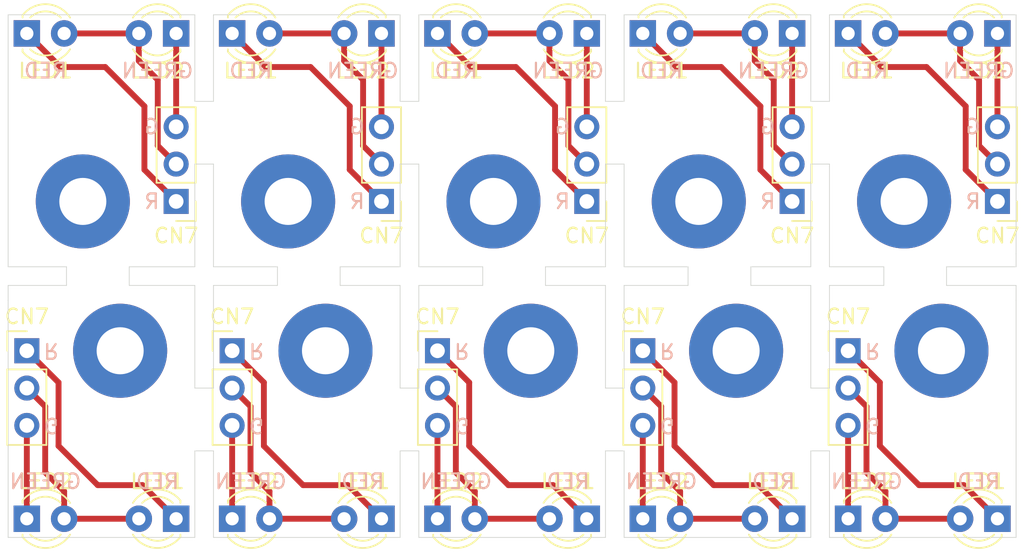
<source format=kicad_pcb>
(kicad_pcb (version 20171130) (host pcbnew "(5.1.10)-1")

  (general
    (thickness 1.6)
    (drawings 116)
    (tracks 110)
    (zones 0)
    (modules 40)
    (nets 4)
  )

  (page A4)
  (title_block
    (title "1581 Improved")
    (date 2022-09-18)
    (rev 2)
    (company "Jaystonians Retro Wares")
  )

  (layers
    (0 F.Cu signal)
    (31 B.Cu signal)
    (32 B.Adhes user)
    (33 F.Adhes user)
    (34 B.Paste user)
    (35 F.Paste user)
    (36 B.SilkS user)
    (37 F.SilkS user)
    (38 B.Mask user)
    (39 F.Mask user)
    (40 Dwgs.User user)
    (41 Cmts.User user)
    (42 Eco1.User user)
    (43 Eco2.User user)
    (44 Edge.Cuts user)
    (45 Margin user)
    (46 B.CrtYd user)
    (47 F.CrtYd user)
    (48 B.Fab user)
    (49 F.Fab user)
  )

  (setup
    (last_trace_width 0.25)
    (user_trace_width 0.4)
    (user_trace_width 1.5)
    (user_trace_width 2.5)
    (user_trace_width 3)
    (user_trace_width 4)
    (user_trace_width 5)
    (trace_clearance 0.2)
    (zone_clearance 0.508)
    (zone_45_only no)
    (trace_min 0.2)
    (via_size 0.8)
    (via_drill 0.4)
    (via_min_size 0.4)
    (via_min_drill 0.3)
    (uvia_size 0.3)
    (uvia_drill 0.1)
    (uvias_allowed no)
    (uvia_min_size 0.2)
    (uvia_min_drill 0.1)
    (edge_width 0.05)
    (segment_width 0.2)
    (pcb_text_width 0.3)
    (pcb_text_size 1.5 1.5)
    (mod_edge_width 0.12)
    (mod_text_size 1 1)
    (mod_text_width 0.15)
    (pad_size 1.8 1.8)
    (pad_drill 1.2)
    (pad_to_mask_clearance 0)
    (aux_axis_origin 0 0)
    (visible_elements 7FFFFFFF)
    (pcbplotparams
      (layerselection 0x010f0_ffffffff)
      (usegerberextensions false)
      (usegerberattributes true)
      (usegerberadvancedattributes true)
      (creategerberjobfile true)
      (excludeedgelayer true)
      (linewidth 0.100000)
      (plotframeref false)
      (viasonmask false)
      (mode 1)
      (useauxorigin false)
      (hpglpennumber 1)
      (hpglpenspeed 20)
      (hpglpendiameter 15.000000)
      (psnegative false)
      (psa4output false)
      (plotreference true)
      (plotvalue true)
      (plotinvisibletext false)
      (padsonsilk false)
      (subtractmaskfromsilk false)
      (outputformat 1)
      (mirror false)
      (drillshape 0)
      (scaleselection 1)
      (outputdirectory "../gerber-ledpcb/"))
  )

  (net 0 "")
  (net 1 "Net-(CN7-Pad1)")
  (net 2 "Net-(CN7-Pad2)")
  (net 3 "Net-(CN7-Pad3)")

  (net_class Default "This is the default net class."
    (clearance 0.2)
    (trace_width 0.25)
    (via_dia 0.8)
    (via_drill 0.4)
    (uvia_dia 0.3)
    (uvia_drill 0.1)
    (add_net "Net-(CN7-Pad1)")
    (add_net "Net-(CN7-Pad2)")
    (add_net "Net-(CN7-Pad3)")
  )

  (module LED_THT:LED_D3.0mm (layer F.Cu) (tedit 587A3A7B) (tstamp 632BCEBB)
    (at 176.53 110.49)
    (descr "LED, diameter 3.0mm, 2 pins")
    (tags "LED diameter 3.0mm 2 pins")
    (path /62FC0725)
    (fp_text reference LED2 (at 1.27 -2.54) (layer F.SilkS)
      (effects (font (size 1 1) (thickness 0.15)))
    )
    (fp_text value GREEN (at 1.27 -2.54) (layer B.SilkS)
      (effects (font (size 1 1) (thickness 0.15)) (justify mirror))
    )
    (fp_circle (center 1.27 0) (end 2.77 0) (layer F.Fab) (width 0.1))
    (fp_line (start -0.23 -1.16619) (end -0.23 1.16619) (layer F.Fab) (width 0.1))
    (fp_line (start -0.29 -1.236) (end -0.29 -1.08) (layer F.SilkS) (width 0.12))
    (fp_line (start -0.29 1.08) (end -0.29 1.236) (layer F.SilkS) (width 0.12))
    (fp_line (start -1.15 -2.25) (end -1.15 2.25) (layer F.CrtYd) (width 0.05))
    (fp_line (start -1.15 2.25) (end 3.7 2.25) (layer F.CrtYd) (width 0.05))
    (fp_line (start 3.7 2.25) (end 3.7 -2.25) (layer F.CrtYd) (width 0.05))
    (fp_line (start 3.7 -2.25) (end -1.15 -2.25) (layer F.CrtYd) (width 0.05))
    (fp_arc (start 1.27 0) (end -0.23 -1.16619) (angle 284.3) (layer F.Fab) (width 0.1))
    (fp_arc (start 1.27 0) (end -0.29 -1.235516) (angle 108.8) (layer F.SilkS) (width 0.12))
    (fp_arc (start 1.27 0) (end -0.29 1.235516) (angle -108.8) (layer F.SilkS) (width 0.12))
    (fp_arc (start 1.27 0) (end 0.229039 -1.08) (angle 87.9) (layer F.SilkS) (width 0.12))
    (fp_arc (start 1.27 0) (end 0.229039 1.08) (angle -87.9) (layer F.SilkS) (width 0.12))
    (pad 1 thru_hole rect (at 0 0) (size 1.8 1.8) (drill 0.9) (layers *.Cu *.Mask))
    (pad 2 thru_hole circle (at 2.54 0) (size 1.8 1.8) (drill 0.9) (layers *.Cu *.Mask))
    (model ${KISYS3DMOD}/LED_THT.3dshapes/LED_D3.0mm.wrl
      (at (xyz 0 0 0))
      (scale (xyz 1 1 1))
      (rotate (xyz 0 0 0))
    )
  )

  (module LED_THT:LED_D3.0mm (layer F.Cu) (tedit 587A3A7B) (tstamp 632BCEA9)
    (at 186.69 110.49 180)
    (descr "LED, diameter 3.0mm, 2 pins")
    (tags "LED diameter 3.0mm 2 pins")
    (path /62FBDFCA)
    (fp_text reference LED1 (at 1.27 2.54) (layer F.SilkS)
      (effects (font (size 1 1) (thickness 0.15)))
    )
    (fp_text value RED (at 1.27 2.54) (layer B.SilkS)
      (effects (font (size 1 1) (thickness 0.15)) (justify mirror))
    )
    (fp_line (start 3.7 -2.25) (end -1.15 -2.25) (layer F.CrtYd) (width 0.05))
    (fp_line (start 3.7 2.25) (end 3.7 -2.25) (layer F.CrtYd) (width 0.05))
    (fp_line (start -1.15 2.25) (end 3.7 2.25) (layer F.CrtYd) (width 0.05))
    (fp_line (start -1.15 -2.25) (end -1.15 2.25) (layer F.CrtYd) (width 0.05))
    (fp_line (start -0.29 1.08) (end -0.29 1.236) (layer F.SilkS) (width 0.12))
    (fp_line (start -0.29 -1.236) (end -0.29 -1.08) (layer F.SilkS) (width 0.12))
    (fp_line (start -0.23 -1.16619) (end -0.23 1.16619) (layer F.Fab) (width 0.1))
    (fp_circle (center 1.27 0) (end 2.77 0) (layer F.Fab) (width 0.1))
    (fp_arc (start 1.27 0) (end 0.229039 1.08) (angle -87.9) (layer F.SilkS) (width 0.12))
    (fp_arc (start 1.27 0) (end 0.229039 -1.08) (angle 87.9) (layer F.SilkS) (width 0.12))
    (fp_arc (start 1.27 0) (end -0.29 1.235516) (angle -108.8) (layer F.SilkS) (width 0.12))
    (fp_arc (start 1.27 0) (end -0.29 -1.235516) (angle 108.8) (layer F.SilkS) (width 0.12))
    (fp_arc (start 1.27 0) (end -0.23 -1.16619) (angle 284.3) (layer F.Fab) (width 0.1))
    (pad 2 thru_hole circle (at 2.54 0 180) (size 1.8 1.8) (drill 0.9) (layers *.Cu *.Mask))
    (pad 1 thru_hole rect (at 0 0 180) (size 1.8 1.8) (drill 0.9) (layers *.Cu *.Mask))
    (model ${KISYS3DMOD}/LED_THT.3dshapes/LED_D3.0mm.wrl
      (at (xyz 0 0 0))
      (scale (xyz 1 1 1))
      (rotate (xyz 0 0 0))
    )
  )

  (module Connector_PinHeader_2.54mm:PinHeader_1x03_P2.54mm_Vertical (layer F.Cu) (tedit 59FED5CC) (tstamp 632BCE93)
    (at 176.53 99.06)
    (descr "Through hole straight pin header, 1x03, 2.54mm pitch, single row")
    (tags "Through hole pin header THT 1x03 2.54mm single row")
    (path /640AF43C)
    (fp_text reference CN7 (at 0 -2.33) (layer F.SilkS)
      (effects (font (size 1 1) (thickness 0.15)))
    )
    (fp_text value CN7 (at 0 7.41) (layer F.Fab)
      (effects (font (size 1 1) (thickness 0.15)))
    )
    (fp_line (start 1.8 -1.8) (end -1.8 -1.8) (layer F.CrtYd) (width 0.05))
    (fp_line (start 1.8 6.85) (end 1.8 -1.8) (layer F.CrtYd) (width 0.05))
    (fp_line (start -1.8 6.85) (end 1.8 6.85) (layer F.CrtYd) (width 0.05))
    (fp_line (start -1.8 -1.8) (end -1.8 6.85) (layer F.CrtYd) (width 0.05))
    (fp_line (start -1.33 -1.33) (end 0 -1.33) (layer F.SilkS) (width 0.12))
    (fp_line (start -1.33 0) (end -1.33 -1.33) (layer F.SilkS) (width 0.12))
    (fp_line (start -1.33 1.27) (end 1.33 1.27) (layer F.SilkS) (width 0.12))
    (fp_line (start 1.33 1.27) (end 1.33 6.41) (layer F.SilkS) (width 0.12))
    (fp_line (start -1.33 1.27) (end -1.33 6.41) (layer F.SilkS) (width 0.12))
    (fp_line (start -1.33 6.41) (end 1.33 6.41) (layer F.SilkS) (width 0.12))
    (fp_line (start -1.27 -0.635) (end -0.635 -1.27) (layer F.Fab) (width 0.1))
    (fp_line (start -1.27 6.35) (end -1.27 -0.635) (layer F.Fab) (width 0.1))
    (fp_line (start 1.27 6.35) (end -1.27 6.35) (layer F.Fab) (width 0.1))
    (fp_line (start 1.27 -1.27) (end 1.27 6.35) (layer F.Fab) (width 0.1))
    (fp_line (start -0.635 -1.27) (end 1.27 -1.27) (layer F.Fab) (width 0.1))
    (fp_text user %R (at 0 2.54 90) (layer F.Fab)
      (effects (font (size 1 1) (thickness 0.15)))
    )
    (pad 3 thru_hole oval (at 0 5.08) (size 1.7 1.7) (drill 1) (layers *.Cu *.Mask))
    (pad 2 thru_hole oval (at 0 2.54) (size 1.7 1.7) (drill 1) (layers *.Cu *.Mask))
    (pad 1 thru_hole rect (at 0 0) (size 1.7 1.7) (drill 1) (layers *.Cu *.Mask))
    (model ${KISYS3DMOD}/Connector_PinHeader_2.54mm.3dshapes/PinHeader_1x03_P2.54mm_Vertical.wrl
      (at (xyz 0 0 0))
      (scale (xyz 1 1 1))
      (rotate (xyz 0 0 0))
    )
  )

  (module MountingHole:MountingHole_3.2mm_M3_Pad (layer F.Cu) (tedit 56D1B4CB) (tstamp 632BCE8A)
    (at 182.88 99.06 180)
    (descr "Mounting Hole 3.2mm, M3")
    (tags "mounting hole 3.2mm m3")
    (path /632BC5E9)
    (attr virtual)
    (fp_text reference H1 (at 0 -4.2) (layer F.SilkS) hide
      (effects (font (size 1 1) (thickness 0.15)))
    )
    (fp_text value MountingHole (at 0 4.2) (layer F.Fab)
      (effects (font (size 1 1) (thickness 0.15)))
    )
    (fp_circle (center 0 0) (end 3.45 0) (layer F.CrtYd) (width 0.05))
    (fp_circle (center 0 0) (end 3.2 0) (layer Cmts.User) (width 0.15))
    (fp_text user %R (at 0.3 0) (layer F.Fab)
      (effects (font (size 1 1) (thickness 0.15)))
    )
    (pad 1 thru_hole circle (at 0 0 180) (size 6.4 6.4) (drill 3.2) (layers *.Cu *.Mask))
  )

  (module LED_THT:LED_D3.0mm (layer F.Cu) (tedit 587A3A7B) (tstamp 632BCEBB)
    (at 162.56 110.49)
    (descr "LED, diameter 3.0mm, 2 pins")
    (tags "LED diameter 3.0mm 2 pins")
    (path /62FC0725)
    (fp_text reference LED2 (at 1.27 -2.54) (layer F.SilkS)
      (effects (font (size 1 1) (thickness 0.15)))
    )
    (fp_text value GREEN (at 1.27 -2.54) (layer B.SilkS)
      (effects (font (size 1 1) (thickness 0.15)) (justify mirror))
    )
    (fp_circle (center 1.27 0) (end 2.77 0) (layer F.Fab) (width 0.1))
    (fp_line (start -0.23 -1.16619) (end -0.23 1.16619) (layer F.Fab) (width 0.1))
    (fp_line (start -0.29 -1.236) (end -0.29 -1.08) (layer F.SilkS) (width 0.12))
    (fp_line (start -0.29 1.08) (end -0.29 1.236) (layer F.SilkS) (width 0.12))
    (fp_line (start -1.15 -2.25) (end -1.15 2.25) (layer F.CrtYd) (width 0.05))
    (fp_line (start -1.15 2.25) (end 3.7 2.25) (layer F.CrtYd) (width 0.05))
    (fp_line (start 3.7 2.25) (end 3.7 -2.25) (layer F.CrtYd) (width 0.05))
    (fp_line (start 3.7 -2.25) (end -1.15 -2.25) (layer F.CrtYd) (width 0.05))
    (fp_arc (start 1.27 0) (end -0.23 -1.16619) (angle 284.3) (layer F.Fab) (width 0.1))
    (fp_arc (start 1.27 0) (end -0.29 -1.235516) (angle 108.8) (layer F.SilkS) (width 0.12))
    (fp_arc (start 1.27 0) (end -0.29 1.235516) (angle -108.8) (layer F.SilkS) (width 0.12))
    (fp_arc (start 1.27 0) (end 0.229039 -1.08) (angle 87.9) (layer F.SilkS) (width 0.12))
    (fp_arc (start 1.27 0) (end 0.229039 1.08) (angle -87.9) (layer F.SilkS) (width 0.12))
    (pad 1 thru_hole rect (at 0 0) (size 1.8 1.8) (drill 0.9) (layers *.Cu *.Mask))
    (pad 2 thru_hole circle (at 2.54 0) (size 1.8 1.8) (drill 0.9) (layers *.Cu *.Mask))
    (model ${KISYS3DMOD}/LED_THT.3dshapes/LED_D3.0mm.wrl
      (at (xyz 0 0 0))
      (scale (xyz 1 1 1))
      (rotate (xyz 0 0 0))
    )
  )

  (module LED_THT:LED_D3.0mm (layer F.Cu) (tedit 587A3A7B) (tstamp 632BCEA9)
    (at 172.72 110.49 180)
    (descr "LED, diameter 3.0mm, 2 pins")
    (tags "LED diameter 3.0mm 2 pins")
    (path /62FBDFCA)
    (fp_text reference LED1 (at 1.27 2.54) (layer F.SilkS)
      (effects (font (size 1 1) (thickness 0.15)))
    )
    (fp_text value RED (at 1.27 2.54) (layer B.SilkS)
      (effects (font (size 1 1) (thickness 0.15)) (justify mirror))
    )
    (fp_line (start 3.7 -2.25) (end -1.15 -2.25) (layer F.CrtYd) (width 0.05))
    (fp_line (start 3.7 2.25) (end 3.7 -2.25) (layer F.CrtYd) (width 0.05))
    (fp_line (start -1.15 2.25) (end 3.7 2.25) (layer F.CrtYd) (width 0.05))
    (fp_line (start -1.15 -2.25) (end -1.15 2.25) (layer F.CrtYd) (width 0.05))
    (fp_line (start -0.29 1.08) (end -0.29 1.236) (layer F.SilkS) (width 0.12))
    (fp_line (start -0.29 -1.236) (end -0.29 -1.08) (layer F.SilkS) (width 0.12))
    (fp_line (start -0.23 -1.16619) (end -0.23 1.16619) (layer F.Fab) (width 0.1))
    (fp_circle (center 1.27 0) (end 2.77 0) (layer F.Fab) (width 0.1))
    (fp_arc (start 1.27 0) (end 0.229039 1.08) (angle -87.9) (layer F.SilkS) (width 0.12))
    (fp_arc (start 1.27 0) (end 0.229039 -1.08) (angle 87.9) (layer F.SilkS) (width 0.12))
    (fp_arc (start 1.27 0) (end -0.29 1.235516) (angle -108.8) (layer F.SilkS) (width 0.12))
    (fp_arc (start 1.27 0) (end -0.29 -1.235516) (angle 108.8) (layer F.SilkS) (width 0.12))
    (fp_arc (start 1.27 0) (end -0.23 -1.16619) (angle 284.3) (layer F.Fab) (width 0.1))
    (pad 2 thru_hole circle (at 2.54 0 180) (size 1.8 1.8) (drill 0.9) (layers *.Cu *.Mask))
    (pad 1 thru_hole rect (at 0 0 180) (size 1.8 1.8) (drill 0.9) (layers *.Cu *.Mask))
    (model ${KISYS3DMOD}/LED_THT.3dshapes/LED_D3.0mm.wrl
      (at (xyz 0 0 0))
      (scale (xyz 1 1 1))
      (rotate (xyz 0 0 0))
    )
  )

  (module Connector_PinHeader_2.54mm:PinHeader_1x03_P2.54mm_Vertical (layer F.Cu) (tedit 59FED5CC) (tstamp 632BCE93)
    (at 162.56 99.06)
    (descr "Through hole straight pin header, 1x03, 2.54mm pitch, single row")
    (tags "Through hole pin header THT 1x03 2.54mm single row")
    (path /640AF43C)
    (fp_text reference CN7 (at 0 -2.33) (layer F.SilkS)
      (effects (font (size 1 1) (thickness 0.15)))
    )
    (fp_text value CN7 (at 0 7.41) (layer F.Fab)
      (effects (font (size 1 1) (thickness 0.15)))
    )
    (fp_line (start 1.8 -1.8) (end -1.8 -1.8) (layer F.CrtYd) (width 0.05))
    (fp_line (start 1.8 6.85) (end 1.8 -1.8) (layer F.CrtYd) (width 0.05))
    (fp_line (start -1.8 6.85) (end 1.8 6.85) (layer F.CrtYd) (width 0.05))
    (fp_line (start -1.8 -1.8) (end -1.8 6.85) (layer F.CrtYd) (width 0.05))
    (fp_line (start -1.33 -1.33) (end 0 -1.33) (layer F.SilkS) (width 0.12))
    (fp_line (start -1.33 0) (end -1.33 -1.33) (layer F.SilkS) (width 0.12))
    (fp_line (start -1.33 1.27) (end 1.33 1.27) (layer F.SilkS) (width 0.12))
    (fp_line (start 1.33 1.27) (end 1.33 6.41) (layer F.SilkS) (width 0.12))
    (fp_line (start -1.33 1.27) (end -1.33 6.41) (layer F.SilkS) (width 0.12))
    (fp_line (start -1.33 6.41) (end 1.33 6.41) (layer F.SilkS) (width 0.12))
    (fp_line (start -1.27 -0.635) (end -0.635 -1.27) (layer F.Fab) (width 0.1))
    (fp_line (start -1.27 6.35) (end -1.27 -0.635) (layer F.Fab) (width 0.1))
    (fp_line (start 1.27 6.35) (end -1.27 6.35) (layer F.Fab) (width 0.1))
    (fp_line (start 1.27 -1.27) (end 1.27 6.35) (layer F.Fab) (width 0.1))
    (fp_line (start -0.635 -1.27) (end 1.27 -1.27) (layer F.Fab) (width 0.1))
    (fp_text user %R (at 0 2.54 90) (layer F.Fab)
      (effects (font (size 1 1) (thickness 0.15)))
    )
    (pad 3 thru_hole oval (at 0 5.08) (size 1.7 1.7) (drill 1) (layers *.Cu *.Mask))
    (pad 2 thru_hole oval (at 0 2.54) (size 1.7 1.7) (drill 1) (layers *.Cu *.Mask))
    (pad 1 thru_hole rect (at 0 0) (size 1.7 1.7) (drill 1) (layers *.Cu *.Mask))
    (model ${KISYS3DMOD}/Connector_PinHeader_2.54mm.3dshapes/PinHeader_1x03_P2.54mm_Vertical.wrl
      (at (xyz 0 0 0))
      (scale (xyz 1 1 1))
      (rotate (xyz 0 0 0))
    )
  )

  (module MountingHole:MountingHole_3.2mm_M3_Pad (layer F.Cu) (tedit 56D1B4CB) (tstamp 632BCE8A)
    (at 168.91 99.06 180)
    (descr "Mounting Hole 3.2mm, M3")
    (tags "mounting hole 3.2mm m3")
    (path /632BC5E9)
    (attr virtual)
    (fp_text reference H1 (at 0 -4.2) (layer F.SilkS) hide
      (effects (font (size 1 1) (thickness 0.15)))
    )
    (fp_text value MountingHole (at 0 4.2) (layer F.Fab)
      (effects (font (size 1 1) (thickness 0.15)))
    )
    (fp_circle (center 0 0) (end 3.45 0) (layer F.CrtYd) (width 0.05))
    (fp_circle (center 0 0) (end 3.2 0) (layer Cmts.User) (width 0.15))
    (fp_text user %R (at 0.3 0) (layer F.Fab)
      (effects (font (size 1 1) (thickness 0.15)))
    )
    (pad 1 thru_hole circle (at 0 0 180) (size 6.4 6.4) (drill 3.2) (layers *.Cu *.Mask))
  )

  (module LED_THT:LED_D3.0mm (layer F.Cu) (tedit 587A3A7B) (tstamp 632BCEBB)
    (at 148.59 110.49)
    (descr "LED, diameter 3.0mm, 2 pins")
    (tags "LED diameter 3.0mm 2 pins")
    (path /62FC0725)
    (fp_text reference LED2 (at 1.27 -2.54) (layer F.SilkS)
      (effects (font (size 1 1) (thickness 0.15)))
    )
    (fp_text value GREEN (at 1.27 -2.54) (layer B.SilkS)
      (effects (font (size 1 1) (thickness 0.15)) (justify mirror))
    )
    (fp_circle (center 1.27 0) (end 2.77 0) (layer F.Fab) (width 0.1))
    (fp_line (start -0.23 -1.16619) (end -0.23 1.16619) (layer F.Fab) (width 0.1))
    (fp_line (start -0.29 -1.236) (end -0.29 -1.08) (layer F.SilkS) (width 0.12))
    (fp_line (start -0.29 1.08) (end -0.29 1.236) (layer F.SilkS) (width 0.12))
    (fp_line (start -1.15 -2.25) (end -1.15 2.25) (layer F.CrtYd) (width 0.05))
    (fp_line (start -1.15 2.25) (end 3.7 2.25) (layer F.CrtYd) (width 0.05))
    (fp_line (start 3.7 2.25) (end 3.7 -2.25) (layer F.CrtYd) (width 0.05))
    (fp_line (start 3.7 -2.25) (end -1.15 -2.25) (layer F.CrtYd) (width 0.05))
    (fp_arc (start 1.27 0) (end -0.23 -1.16619) (angle 284.3) (layer F.Fab) (width 0.1))
    (fp_arc (start 1.27 0) (end -0.29 -1.235516) (angle 108.8) (layer F.SilkS) (width 0.12))
    (fp_arc (start 1.27 0) (end -0.29 1.235516) (angle -108.8) (layer F.SilkS) (width 0.12))
    (fp_arc (start 1.27 0) (end 0.229039 -1.08) (angle 87.9) (layer F.SilkS) (width 0.12))
    (fp_arc (start 1.27 0) (end 0.229039 1.08) (angle -87.9) (layer F.SilkS) (width 0.12))
    (pad 1 thru_hole rect (at 0 0) (size 1.8 1.8) (drill 0.9) (layers *.Cu *.Mask))
    (pad 2 thru_hole circle (at 2.54 0) (size 1.8 1.8) (drill 0.9) (layers *.Cu *.Mask))
    (model ${KISYS3DMOD}/LED_THT.3dshapes/LED_D3.0mm.wrl
      (at (xyz 0 0 0))
      (scale (xyz 1 1 1))
      (rotate (xyz 0 0 0))
    )
  )

  (module LED_THT:LED_D3.0mm (layer F.Cu) (tedit 587A3A7B) (tstamp 632BCEA9)
    (at 158.75 110.49 180)
    (descr "LED, diameter 3.0mm, 2 pins")
    (tags "LED diameter 3.0mm 2 pins")
    (path /62FBDFCA)
    (fp_text reference LED1 (at 1.27 2.54) (layer F.SilkS)
      (effects (font (size 1 1) (thickness 0.15)))
    )
    (fp_text value RED (at 1.27 2.54) (layer B.SilkS)
      (effects (font (size 1 1) (thickness 0.15)) (justify mirror))
    )
    (fp_line (start 3.7 -2.25) (end -1.15 -2.25) (layer F.CrtYd) (width 0.05))
    (fp_line (start 3.7 2.25) (end 3.7 -2.25) (layer F.CrtYd) (width 0.05))
    (fp_line (start -1.15 2.25) (end 3.7 2.25) (layer F.CrtYd) (width 0.05))
    (fp_line (start -1.15 -2.25) (end -1.15 2.25) (layer F.CrtYd) (width 0.05))
    (fp_line (start -0.29 1.08) (end -0.29 1.236) (layer F.SilkS) (width 0.12))
    (fp_line (start -0.29 -1.236) (end -0.29 -1.08) (layer F.SilkS) (width 0.12))
    (fp_line (start -0.23 -1.16619) (end -0.23 1.16619) (layer F.Fab) (width 0.1))
    (fp_circle (center 1.27 0) (end 2.77 0) (layer F.Fab) (width 0.1))
    (fp_arc (start 1.27 0) (end 0.229039 1.08) (angle -87.9) (layer F.SilkS) (width 0.12))
    (fp_arc (start 1.27 0) (end 0.229039 -1.08) (angle 87.9) (layer F.SilkS) (width 0.12))
    (fp_arc (start 1.27 0) (end -0.29 1.235516) (angle -108.8) (layer F.SilkS) (width 0.12))
    (fp_arc (start 1.27 0) (end -0.29 -1.235516) (angle 108.8) (layer F.SilkS) (width 0.12))
    (fp_arc (start 1.27 0) (end -0.23 -1.16619) (angle 284.3) (layer F.Fab) (width 0.1))
    (pad 2 thru_hole circle (at 2.54 0 180) (size 1.8 1.8) (drill 0.9) (layers *.Cu *.Mask))
    (pad 1 thru_hole rect (at 0 0 180) (size 1.8 1.8) (drill 0.9) (layers *.Cu *.Mask))
    (model ${KISYS3DMOD}/LED_THT.3dshapes/LED_D3.0mm.wrl
      (at (xyz 0 0 0))
      (scale (xyz 1 1 1))
      (rotate (xyz 0 0 0))
    )
  )

  (module Connector_PinHeader_2.54mm:PinHeader_1x03_P2.54mm_Vertical (layer F.Cu) (tedit 59FED5CC) (tstamp 632BCE93)
    (at 148.59 99.06)
    (descr "Through hole straight pin header, 1x03, 2.54mm pitch, single row")
    (tags "Through hole pin header THT 1x03 2.54mm single row")
    (path /640AF43C)
    (fp_text reference CN7 (at 0 -2.33) (layer F.SilkS)
      (effects (font (size 1 1) (thickness 0.15)))
    )
    (fp_text value CN7 (at 0 7.41) (layer F.Fab)
      (effects (font (size 1 1) (thickness 0.15)))
    )
    (fp_line (start 1.8 -1.8) (end -1.8 -1.8) (layer F.CrtYd) (width 0.05))
    (fp_line (start 1.8 6.85) (end 1.8 -1.8) (layer F.CrtYd) (width 0.05))
    (fp_line (start -1.8 6.85) (end 1.8 6.85) (layer F.CrtYd) (width 0.05))
    (fp_line (start -1.8 -1.8) (end -1.8 6.85) (layer F.CrtYd) (width 0.05))
    (fp_line (start -1.33 -1.33) (end 0 -1.33) (layer F.SilkS) (width 0.12))
    (fp_line (start -1.33 0) (end -1.33 -1.33) (layer F.SilkS) (width 0.12))
    (fp_line (start -1.33 1.27) (end 1.33 1.27) (layer F.SilkS) (width 0.12))
    (fp_line (start 1.33 1.27) (end 1.33 6.41) (layer F.SilkS) (width 0.12))
    (fp_line (start -1.33 1.27) (end -1.33 6.41) (layer F.SilkS) (width 0.12))
    (fp_line (start -1.33 6.41) (end 1.33 6.41) (layer F.SilkS) (width 0.12))
    (fp_line (start -1.27 -0.635) (end -0.635 -1.27) (layer F.Fab) (width 0.1))
    (fp_line (start -1.27 6.35) (end -1.27 -0.635) (layer F.Fab) (width 0.1))
    (fp_line (start 1.27 6.35) (end -1.27 6.35) (layer F.Fab) (width 0.1))
    (fp_line (start 1.27 -1.27) (end 1.27 6.35) (layer F.Fab) (width 0.1))
    (fp_line (start -0.635 -1.27) (end 1.27 -1.27) (layer F.Fab) (width 0.1))
    (fp_text user %R (at 0 2.54 90) (layer F.Fab)
      (effects (font (size 1 1) (thickness 0.15)))
    )
    (pad 3 thru_hole oval (at 0 5.08) (size 1.7 1.7) (drill 1) (layers *.Cu *.Mask))
    (pad 2 thru_hole oval (at 0 2.54) (size 1.7 1.7) (drill 1) (layers *.Cu *.Mask))
    (pad 1 thru_hole rect (at 0 0) (size 1.7 1.7) (drill 1) (layers *.Cu *.Mask))
    (model ${KISYS3DMOD}/Connector_PinHeader_2.54mm.3dshapes/PinHeader_1x03_P2.54mm_Vertical.wrl
      (at (xyz 0 0 0))
      (scale (xyz 1 1 1))
      (rotate (xyz 0 0 0))
    )
  )

  (module MountingHole:MountingHole_3.2mm_M3_Pad (layer F.Cu) (tedit 56D1B4CB) (tstamp 632BCE8A)
    (at 154.94 99.06 180)
    (descr "Mounting Hole 3.2mm, M3")
    (tags "mounting hole 3.2mm m3")
    (path /632BC5E9)
    (attr virtual)
    (fp_text reference H1 (at 0 -4.2) (layer F.SilkS) hide
      (effects (font (size 1 1) (thickness 0.15)))
    )
    (fp_text value MountingHole (at 0 4.2) (layer F.Fab)
      (effects (font (size 1 1) (thickness 0.15)))
    )
    (fp_circle (center 0 0) (end 3.45 0) (layer F.CrtYd) (width 0.05))
    (fp_circle (center 0 0) (end 3.2 0) (layer Cmts.User) (width 0.15))
    (fp_text user %R (at 0.3 0) (layer F.Fab)
      (effects (font (size 1 1) (thickness 0.15)))
    )
    (pad 1 thru_hole circle (at 0 0 180) (size 6.4 6.4) (drill 3.2) (layers *.Cu *.Mask))
  )

  (module LED_THT:LED_D3.0mm (layer F.Cu) (tedit 587A3A7B) (tstamp 632BD424)
    (at 134.62 110.49)
    (descr "LED, diameter 3.0mm, 2 pins")
    (tags "LED diameter 3.0mm 2 pins")
    (path /62FC0725)
    (fp_text reference LED2 (at 1.27 -2.54) (layer F.SilkS)
      (effects (font (size 1 1) (thickness 0.15)))
    )
    (fp_text value GREEN (at 1.27 -2.54) (layer B.SilkS)
      (effects (font (size 1 1) (thickness 0.15)) (justify mirror))
    )
    (fp_circle (center 1.27 0) (end 2.77 0) (layer F.Fab) (width 0.1))
    (fp_line (start -0.23 -1.16619) (end -0.23 1.16619) (layer F.Fab) (width 0.1))
    (fp_line (start -0.29 -1.236) (end -0.29 -1.08) (layer F.SilkS) (width 0.12))
    (fp_line (start -0.29 1.08) (end -0.29 1.236) (layer F.SilkS) (width 0.12))
    (fp_line (start -1.15 -2.25) (end -1.15 2.25) (layer F.CrtYd) (width 0.05))
    (fp_line (start -1.15 2.25) (end 3.7 2.25) (layer F.CrtYd) (width 0.05))
    (fp_line (start 3.7 2.25) (end 3.7 -2.25) (layer F.CrtYd) (width 0.05))
    (fp_line (start 3.7 -2.25) (end -1.15 -2.25) (layer F.CrtYd) (width 0.05))
    (fp_arc (start 1.27 0) (end -0.23 -1.16619) (angle 284.3) (layer F.Fab) (width 0.1))
    (fp_arc (start 1.27 0) (end -0.29 -1.235516) (angle 108.8) (layer F.SilkS) (width 0.12))
    (fp_arc (start 1.27 0) (end -0.29 1.235516) (angle -108.8) (layer F.SilkS) (width 0.12))
    (fp_arc (start 1.27 0) (end 0.229039 -1.08) (angle 87.9) (layer F.SilkS) (width 0.12))
    (fp_arc (start 1.27 0) (end 0.229039 1.08) (angle -87.9) (layer F.SilkS) (width 0.12))
    (pad 1 thru_hole rect (at 0 0) (size 1.8 1.8) (drill 0.9) (layers *.Cu *.Mask))
    (pad 2 thru_hole circle (at 2.54 0) (size 1.8 1.8) (drill 0.9) (layers *.Cu *.Mask))
    (model ${KISYS3DMOD}/LED_THT.3dshapes/LED_D3.0mm.wrl
      (at (xyz 0 0 0))
      (scale (xyz 1 1 1))
      (rotate (xyz 0 0 0))
    )
  )

  (module LED_THT:LED_D3.0mm (layer F.Cu) (tedit 587A3A7B) (tstamp 632BD45A)
    (at 144.78 110.49 180)
    (descr "LED, diameter 3.0mm, 2 pins")
    (tags "LED diameter 3.0mm 2 pins")
    (path /62FBDFCA)
    (fp_text reference LED1 (at 1.27 2.54) (layer F.SilkS)
      (effects (font (size 1 1) (thickness 0.15)))
    )
    (fp_text value RED (at 1.27 2.54) (layer B.SilkS)
      (effects (font (size 1 1) (thickness 0.15)) (justify mirror))
    )
    (fp_line (start 3.7 -2.25) (end -1.15 -2.25) (layer F.CrtYd) (width 0.05))
    (fp_line (start 3.7 2.25) (end 3.7 -2.25) (layer F.CrtYd) (width 0.05))
    (fp_line (start -1.15 2.25) (end 3.7 2.25) (layer F.CrtYd) (width 0.05))
    (fp_line (start -1.15 -2.25) (end -1.15 2.25) (layer F.CrtYd) (width 0.05))
    (fp_line (start -0.29 1.08) (end -0.29 1.236) (layer F.SilkS) (width 0.12))
    (fp_line (start -0.29 -1.236) (end -0.29 -1.08) (layer F.SilkS) (width 0.12))
    (fp_line (start -0.23 -1.16619) (end -0.23 1.16619) (layer F.Fab) (width 0.1))
    (fp_circle (center 1.27 0) (end 2.77 0) (layer F.Fab) (width 0.1))
    (fp_arc (start 1.27 0) (end 0.229039 1.08) (angle -87.9) (layer F.SilkS) (width 0.12))
    (fp_arc (start 1.27 0) (end 0.229039 -1.08) (angle 87.9) (layer F.SilkS) (width 0.12))
    (fp_arc (start 1.27 0) (end -0.29 1.235516) (angle -108.8) (layer F.SilkS) (width 0.12))
    (fp_arc (start 1.27 0) (end -0.29 -1.235516) (angle 108.8) (layer F.SilkS) (width 0.12))
    (fp_arc (start 1.27 0) (end -0.23 -1.16619) (angle 284.3) (layer F.Fab) (width 0.1))
    (pad 2 thru_hole circle (at 2.54 0 180) (size 1.8 1.8) (drill 0.9) (layers *.Cu *.Mask))
    (pad 1 thru_hole rect (at 0 0 180) (size 1.8 1.8) (drill 0.9) (layers *.Cu *.Mask))
    (model ${KISYS3DMOD}/LED_THT.3dshapes/LED_D3.0mm.wrl
      (at (xyz 0 0 0))
      (scale (xyz 1 1 1))
      (rotate (xyz 0 0 0))
    )
  )

  (module Connector_PinHeader_2.54mm:PinHeader_1x03_P2.54mm_Vertical (layer F.Cu) (tedit 59FED5CC) (tstamp 632BD494)
    (at 134.62 99.06)
    (descr "Through hole straight pin header, 1x03, 2.54mm pitch, single row")
    (tags "Through hole pin header THT 1x03 2.54mm single row")
    (path /640AF43C)
    (fp_text reference CN7 (at 0 -2.33) (layer F.SilkS)
      (effects (font (size 1 1) (thickness 0.15)))
    )
    (fp_text value CN7 (at 0 7.41) (layer F.Fab)
      (effects (font (size 1 1) (thickness 0.15)))
    )
    (fp_line (start 1.8 -1.8) (end -1.8 -1.8) (layer F.CrtYd) (width 0.05))
    (fp_line (start 1.8 6.85) (end 1.8 -1.8) (layer F.CrtYd) (width 0.05))
    (fp_line (start -1.8 6.85) (end 1.8 6.85) (layer F.CrtYd) (width 0.05))
    (fp_line (start -1.8 -1.8) (end -1.8 6.85) (layer F.CrtYd) (width 0.05))
    (fp_line (start -1.33 -1.33) (end 0 -1.33) (layer F.SilkS) (width 0.12))
    (fp_line (start -1.33 0) (end -1.33 -1.33) (layer F.SilkS) (width 0.12))
    (fp_line (start -1.33 1.27) (end 1.33 1.27) (layer F.SilkS) (width 0.12))
    (fp_line (start 1.33 1.27) (end 1.33 6.41) (layer F.SilkS) (width 0.12))
    (fp_line (start -1.33 1.27) (end -1.33 6.41) (layer F.SilkS) (width 0.12))
    (fp_line (start -1.33 6.41) (end 1.33 6.41) (layer F.SilkS) (width 0.12))
    (fp_line (start -1.27 -0.635) (end -0.635 -1.27) (layer F.Fab) (width 0.1))
    (fp_line (start -1.27 6.35) (end -1.27 -0.635) (layer F.Fab) (width 0.1))
    (fp_line (start 1.27 6.35) (end -1.27 6.35) (layer F.Fab) (width 0.1))
    (fp_line (start 1.27 -1.27) (end 1.27 6.35) (layer F.Fab) (width 0.1))
    (fp_line (start -0.635 -1.27) (end 1.27 -1.27) (layer F.Fab) (width 0.1))
    (fp_text user %R (at 0 2.54 90) (layer F.Fab)
      (effects (font (size 1 1) (thickness 0.15)))
    )
    (pad 3 thru_hole oval (at 0 5.08) (size 1.7 1.7) (drill 1) (layers *.Cu *.Mask))
    (pad 2 thru_hole oval (at 0 2.54) (size 1.7 1.7) (drill 1) (layers *.Cu *.Mask))
    (pad 1 thru_hole rect (at 0 0) (size 1.7 1.7) (drill 1) (layers *.Cu *.Mask))
    (model ${KISYS3DMOD}/Connector_PinHeader_2.54mm.3dshapes/PinHeader_1x03_P2.54mm_Vertical.wrl
      (at (xyz 0 0 0))
      (scale (xyz 1 1 1))
      (rotate (xyz 0 0 0))
    )
  )

  (module MountingHole:MountingHole_3.2mm_M3_Pad (layer F.Cu) (tedit 56D1B4CB) (tstamp 632BCE8A)
    (at 140.97 99.06 180)
    (descr "Mounting Hole 3.2mm, M3")
    (tags "mounting hole 3.2mm m3")
    (path /632BC5E9)
    (attr virtual)
    (fp_text reference H1 (at 0 -4.2) (layer F.SilkS) hide
      (effects (font (size 1 1) (thickness 0.15)))
    )
    (fp_text value MountingHole (at 0 4.2) (layer F.Fab)
      (effects (font (size 1 1) (thickness 0.15)))
    )
    (fp_circle (center 0 0) (end 3.45 0) (layer F.CrtYd) (width 0.05))
    (fp_circle (center 0 0) (end 3.2 0) (layer Cmts.User) (width 0.15))
    (fp_text user %R (at 0.3 0) (layer F.Fab)
      (effects (font (size 1 1) (thickness 0.15)))
    )
    (pad 1 thru_hole circle (at 0 0 180) (size 6.4 6.4) (drill 3.2) (layers *.Cu *.Mask))
  )

  (module LED_THT:LED_D3.0mm (layer F.Cu) (tedit 587A3A7B) (tstamp 632BCEBB)
    (at 120.65 110.49)
    (descr "LED, diameter 3.0mm, 2 pins")
    (tags "LED diameter 3.0mm 2 pins")
    (path /62FC0725)
    (fp_text reference LED2 (at 1.27 -2.54) (layer F.SilkS)
      (effects (font (size 1 1) (thickness 0.15)))
    )
    (fp_text value GREEN (at 1.27 -2.54) (layer B.SilkS)
      (effects (font (size 1 1) (thickness 0.15)) (justify mirror))
    )
    (fp_circle (center 1.27 0) (end 2.77 0) (layer F.Fab) (width 0.1))
    (fp_line (start -0.23 -1.16619) (end -0.23 1.16619) (layer F.Fab) (width 0.1))
    (fp_line (start -0.29 -1.236) (end -0.29 -1.08) (layer F.SilkS) (width 0.12))
    (fp_line (start -0.29 1.08) (end -0.29 1.236) (layer F.SilkS) (width 0.12))
    (fp_line (start -1.15 -2.25) (end -1.15 2.25) (layer F.CrtYd) (width 0.05))
    (fp_line (start -1.15 2.25) (end 3.7 2.25) (layer F.CrtYd) (width 0.05))
    (fp_line (start 3.7 2.25) (end 3.7 -2.25) (layer F.CrtYd) (width 0.05))
    (fp_line (start 3.7 -2.25) (end -1.15 -2.25) (layer F.CrtYd) (width 0.05))
    (fp_arc (start 1.27 0) (end -0.23 -1.16619) (angle 284.3) (layer F.Fab) (width 0.1))
    (fp_arc (start 1.27 0) (end -0.29 -1.235516) (angle 108.8) (layer F.SilkS) (width 0.12))
    (fp_arc (start 1.27 0) (end -0.29 1.235516) (angle -108.8) (layer F.SilkS) (width 0.12))
    (fp_arc (start 1.27 0) (end 0.229039 -1.08) (angle 87.9) (layer F.SilkS) (width 0.12))
    (fp_arc (start 1.27 0) (end 0.229039 1.08) (angle -87.9) (layer F.SilkS) (width 0.12))
    (pad 1 thru_hole rect (at 0 0) (size 1.8 1.8) (drill 0.9) (layers *.Cu *.Mask))
    (pad 2 thru_hole circle (at 2.54 0) (size 1.8 1.8) (drill 0.9) (layers *.Cu *.Mask))
    (model ${KISYS3DMOD}/LED_THT.3dshapes/LED_D3.0mm.wrl
      (at (xyz 0 0 0))
      (scale (xyz 1 1 1))
      (rotate (xyz 0 0 0))
    )
  )

  (module LED_THT:LED_D3.0mm (layer F.Cu) (tedit 587A3A7B) (tstamp 632BCEA9)
    (at 130.81 110.49 180)
    (descr "LED, diameter 3.0mm, 2 pins")
    (tags "LED diameter 3.0mm 2 pins")
    (path /62FBDFCA)
    (fp_text reference LED1 (at 1.27 2.54) (layer F.SilkS)
      (effects (font (size 1 1) (thickness 0.15)))
    )
    (fp_text value RED (at 1.27 2.54) (layer B.SilkS)
      (effects (font (size 1 1) (thickness 0.15)) (justify mirror))
    )
    (fp_line (start 3.7 -2.25) (end -1.15 -2.25) (layer F.CrtYd) (width 0.05))
    (fp_line (start 3.7 2.25) (end 3.7 -2.25) (layer F.CrtYd) (width 0.05))
    (fp_line (start -1.15 2.25) (end 3.7 2.25) (layer F.CrtYd) (width 0.05))
    (fp_line (start -1.15 -2.25) (end -1.15 2.25) (layer F.CrtYd) (width 0.05))
    (fp_line (start -0.29 1.08) (end -0.29 1.236) (layer F.SilkS) (width 0.12))
    (fp_line (start -0.29 -1.236) (end -0.29 -1.08) (layer F.SilkS) (width 0.12))
    (fp_line (start -0.23 -1.16619) (end -0.23 1.16619) (layer F.Fab) (width 0.1))
    (fp_circle (center 1.27 0) (end 2.77 0) (layer F.Fab) (width 0.1))
    (fp_arc (start 1.27 0) (end 0.229039 1.08) (angle -87.9) (layer F.SilkS) (width 0.12))
    (fp_arc (start 1.27 0) (end 0.229039 -1.08) (angle 87.9) (layer F.SilkS) (width 0.12))
    (fp_arc (start 1.27 0) (end -0.29 1.235516) (angle -108.8) (layer F.SilkS) (width 0.12))
    (fp_arc (start 1.27 0) (end -0.29 -1.235516) (angle 108.8) (layer F.SilkS) (width 0.12))
    (fp_arc (start 1.27 0) (end -0.23 -1.16619) (angle 284.3) (layer F.Fab) (width 0.1))
    (pad 2 thru_hole circle (at 2.54 0 180) (size 1.8 1.8) (drill 0.9) (layers *.Cu *.Mask))
    (pad 1 thru_hole rect (at 0 0 180) (size 1.8 1.8) (drill 0.9) (layers *.Cu *.Mask))
    (model ${KISYS3DMOD}/LED_THT.3dshapes/LED_D3.0mm.wrl
      (at (xyz 0 0 0))
      (scale (xyz 1 1 1))
      (rotate (xyz 0 0 0))
    )
  )

  (module Connector_PinHeader_2.54mm:PinHeader_1x03_P2.54mm_Vertical (layer F.Cu) (tedit 59FED5CC) (tstamp 632BCE93)
    (at 120.65 99.06)
    (descr "Through hole straight pin header, 1x03, 2.54mm pitch, single row")
    (tags "Through hole pin header THT 1x03 2.54mm single row")
    (path /640AF43C)
    (fp_text reference CN7 (at 0 -2.33) (layer F.SilkS)
      (effects (font (size 1 1) (thickness 0.15)))
    )
    (fp_text value CN7 (at 0 7.41) (layer F.Fab)
      (effects (font (size 1 1) (thickness 0.15)))
    )
    (fp_line (start 1.8 -1.8) (end -1.8 -1.8) (layer F.CrtYd) (width 0.05))
    (fp_line (start 1.8 6.85) (end 1.8 -1.8) (layer F.CrtYd) (width 0.05))
    (fp_line (start -1.8 6.85) (end 1.8 6.85) (layer F.CrtYd) (width 0.05))
    (fp_line (start -1.8 -1.8) (end -1.8 6.85) (layer F.CrtYd) (width 0.05))
    (fp_line (start -1.33 -1.33) (end 0 -1.33) (layer F.SilkS) (width 0.12))
    (fp_line (start -1.33 0) (end -1.33 -1.33) (layer F.SilkS) (width 0.12))
    (fp_line (start -1.33 1.27) (end 1.33 1.27) (layer F.SilkS) (width 0.12))
    (fp_line (start 1.33 1.27) (end 1.33 6.41) (layer F.SilkS) (width 0.12))
    (fp_line (start -1.33 1.27) (end -1.33 6.41) (layer F.SilkS) (width 0.12))
    (fp_line (start -1.33 6.41) (end 1.33 6.41) (layer F.SilkS) (width 0.12))
    (fp_line (start -1.27 -0.635) (end -0.635 -1.27) (layer F.Fab) (width 0.1))
    (fp_line (start -1.27 6.35) (end -1.27 -0.635) (layer F.Fab) (width 0.1))
    (fp_line (start 1.27 6.35) (end -1.27 6.35) (layer F.Fab) (width 0.1))
    (fp_line (start 1.27 -1.27) (end 1.27 6.35) (layer F.Fab) (width 0.1))
    (fp_line (start -0.635 -1.27) (end 1.27 -1.27) (layer F.Fab) (width 0.1))
    (fp_text user %R (at 0 2.54 90) (layer F.Fab)
      (effects (font (size 1 1) (thickness 0.15)))
    )
    (pad 3 thru_hole oval (at 0 5.08) (size 1.7 1.7) (drill 1) (layers *.Cu *.Mask))
    (pad 2 thru_hole oval (at 0 2.54) (size 1.7 1.7) (drill 1) (layers *.Cu *.Mask))
    (pad 1 thru_hole rect (at 0 0) (size 1.7 1.7) (drill 1) (layers *.Cu *.Mask))
    (model ${KISYS3DMOD}/Connector_PinHeader_2.54mm.3dshapes/PinHeader_1x03_P2.54mm_Vertical.wrl
      (at (xyz 0 0 0))
      (scale (xyz 1 1 1))
      (rotate (xyz 0 0 0))
    )
  )

  (module MountingHole:MountingHole_3.2mm_M3_Pad (layer F.Cu) (tedit 56D1B4CB) (tstamp 632BCE8A)
    (at 127 99.06 180)
    (descr "Mounting Hole 3.2mm, M3")
    (tags "mounting hole 3.2mm m3")
    (path /632BC5E9)
    (attr virtual)
    (fp_text reference H1 (at 0 -4.2) (layer F.SilkS) hide
      (effects (font (size 1 1) (thickness 0.15)))
    )
    (fp_text value MountingHole (at 0 4.2) (layer F.Fab)
      (effects (font (size 1 1) (thickness 0.15)))
    )
    (fp_circle (center 0 0) (end 3.45 0) (layer F.CrtYd) (width 0.05))
    (fp_circle (center 0 0) (end 3.2 0) (layer Cmts.User) (width 0.15))
    (fp_text user %R (at 0.3 0) (layer F.Fab)
      (effects (font (size 1 1) (thickness 0.15)))
    )
    (pad 1 thru_hole circle (at 0 0 180) (size 6.4 6.4) (drill 3.2) (layers *.Cu *.Mask))
  )

  (module LED_THT:LED_D3.0mm (layer F.Cu) (tedit 587A3A7B) (tstamp 632BCEBB)
    (at 186.69 77.47 180)
    (descr "LED, diameter 3.0mm, 2 pins")
    (tags "LED diameter 3.0mm 2 pins")
    (path /62FC0725)
    (fp_text reference LED2 (at 1.27 -2.54) (layer F.SilkS)
      (effects (font (size 1 1) (thickness 0.15)))
    )
    (fp_text value GREEN (at 1.27 -2.54) (layer B.SilkS)
      (effects (font (size 1 1) (thickness 0.15)) (justify mirror))
    )
    (fp_circle (center 1.27 0) (end 2.77 0) (layer F.Fab) (width 0.1))
    (fp_line (start -0.23 -1.16619) (end -0.23 1.16619) (layer F.Fab) (width 0.1))
    (fp_line (start -0.29 -1.236) (end -0.29 -1.08) (layer F.SilkS) (width 0.12))
    (fp_line (start -0.29 1.08) (end -0.29 1.236) (layer F.SilkS) (width 0.12))
    (fp_line (start -1.15 -2.25) (end -1.15 2.25) (layer F.CrtYd) (width 0.05))
    (fp_line (start -1.15 2.25) (end 3.7 2.25) (layer F.CrtYd) (width 0.05))
    (fp_line (start 3.7 2.25) (end 3.7 -2.25) (layer F.CrtYd) (width 0.05))
    (fp_line (start 3.7 -2.25) (end -1.15 -2.25) (layer F.CrtYd) (width 0.05))
    (fp_arc (start 1.27 0) (end -0.23 -1.16619) (angle 284.3) (layer F.Fab) (width 0.1))
    (fp_arc (start 1.27 0) (end -0.29 -1.235516) (angle 108.8) (layer F.SilkS) (width 0.12))
    (fp_arc (start 1.27 0) (end -0.29 1.235516) (angle -108.8) (layer F.SilkS) (width 0.12))
    (fp_arc (start 1.27 0) (end 0.229039 -1.08) (angle 87.9) (layer F.SilkS) (width 0.12))
    (fp_arc (start 1.27 0) (end 0.229039 1.08) (angle -87.9) (layer F.SilkS) (width 0.12))
    (pad 1 thru_hole rect (at 0 0 180) (size 1.8 1.8) (drill 0.9) (layers *.Cu *.Mask))
    (pad 2 thru_hole circle (at 2.54 0 180) (size 1.8 1.8) (drill 0.9) (layers *.Cu *.Mask))
    (model ${KISYS3DMOD}/LED_THT.3dshapes/LED_D3.0mm.wrl
      (at (xyz 0 0 0))
      (scale (xyz 1 1 1))
      (rotate (xyz 0 0 0))
    )
  )

  (module LED_THT:LED_D3.0mm (layer F.Cu) (tedit 587A3A7B) (tstamp 632BCEA9)
    (at 176.53 77.47)
    (descr "LED, diameter 3.0mm, 2 pins")
    (tags "LED diameter 3.0mm 2 pins")
    (path /62FBDFCA)
    (fp_text reference LED1 (at 1.27 2.54) (layer F.SilkS)
      (effects (font (size 1 1) (thickness 0.15)))
    )
    (fp_text value RED (at 1.27 2.54) (layer B.SilkS)
      (effects (font (size 1 1) (thickness 0.15)) (justify mirror))
    )
    (fp_line (start 3.7 -2.25) (end -1.15 -2.25) (layer F.CrtYd) (width 0.05))
    (fp_line (start 3.7 2.25) (end 3.7 -2.25) (layer F.CrtYd) (width 0.05))
    (fp_line (start -1.15 2.25) (end 3.7 2.25) (layer F.CrtYd) (width 0.05))
    (fp_line (start -1.15 -2.25) (end -1.15 2.25) (layer F.CrtYd) (width 0.05))
    (fp_line (start -0.29 1.08) (end -0.29 1.236) (layer F.SilkS) (width 0.12))
    (fp_line (start -0.29 -1.236) (end -0.29 -1.08) (layer F.SilkS) (width 0.12))
    (fp_line (start -0.23 -1.16619) (end -0.23 1.16619) (layer F.Fab) (width 0.1))
    (fp_circle (center 1.27 0) (end 2.77 0) (layer F.Fab) (width 0.1))
    (fp_arc (start 1.27 0) (end 0.229039 1.08) (angle -87.9) (layer F.SilkS) (width 0.12))
    (fp_arc (start 1.27 0) (end 0.229039 -1.08) (angle 87.9) (layer F.SilkS) (width 0.12))
    (fp_arc (start 1.27 0) (end -0.29 1.235516) (angle -108.8) (layer F.SilkS) (width 0.12))
    (fp_arc (start 1.27 0) (end -0.29 -1.235516) (angle 108.8) (layer F.SilkS) (width 0.12))
    (fp_arc (start 1.27 0) (end -0.23 -1.16619) (angle 284.3) (layer F.Fab) (width 0.1))
    (pad 2 thru_hole circle (at 2.54 0) (size 1.8 1.8) (drill 0.9) (layers *.Cu *.Mask))
    (pad 1 thru_hole rect (at 0 0) (size 1.8 1.8) (drill 0.9) (layers *.Cu *.Mask))
    (model ${KISYS3DMOD}/LED_THT.3dshapes/LED_D3.0mm.wrl
      (at (xyz 0 0 0))
      (scale (xyz 1 1 1))
      (rotate (xyz 0 0 0))
    )
  )

  (module Connector_PinHeader_2.54mm:PinHeader_1x03_P2.54mm_Vertical (layer F.Cu) (tedit 59FED5CC) (tstamp 632BCE93)
    (at 186.69 88.9 180)
    (descr "Through hole straight pin header, 1x03, 2.54mm pitch, single row")
    (tags "Through hole pin header THT 1x03 2.54mm single row")
    (path /640AF43C)
    (fp_text reference CN7 (at 0 -2.33) (layer F.SilkS)
      (effects (font (size 1 1) (thickness 0.15)))
    )
    (fp_text value CN7 (at 0 7.41) (layer F.Fab)
      (effects (font (size 1 1) (thickness 0.15)))
    )
    (fp_line (start 1.8 -1.8) (end -1.8 -1.8) (layer F.CrtYd) (width 0.05))
    (fp_line (start 1.8 6.85) (end 1.8 -1.8) (layer F.CrtYd) (width 0.05))
    (fp_line (start -1.8 6.85) (end 1.8 6.85) (layer F.CrtYd) (width 0.05))
    (fp_line (start -1.8 -1.8) (end -1.8 6.85) (layer F.CrtYd) (width 0.05))
    (fp_line (start -1.33 -1.33) (end 0 -1.33) (layer F.SilkS) (width 0.12))
    (fp_line (start -1.33 0) (end -1.33 -1.33) (layer F.SilkS) (width 0.12))
    (fp_line (start -1.33 1.27) (end 1.33 1.27) (layer F.SilkS) (width 0.12))
    (fp_line (start 1.33 1.27) (end 1.33 6.41) (layer F.SilkS) (width 0.12))
    (fp_line (start -1.33 1.27) (end -1.33 6.41) (layer F.SilkS) (width 0.12))
    (fp_line (start -1.33 6.41) (end 1.33 6.41) (layer F.SilkS) (width 0.12))
    (fp_line (start -1.27 -0.635) (end -0.635 -1.27) (layer F.Fab) (width 0.1))
    (fp_line (start -1.27 6.35) (end -1.27 -0.635) (layer F.Fab) (width 0.1))
    (fp_line (start 1.27 6.35) (end -1.27 6.35) (layer F.Fab) (width 0.1))
    (fp_line (start 1.27 -1.27) (end 1.27 6.35) (layer F.Fab) (width 0.1))
    (fp_line (start -0.635 -1.27) (end 1.27 -1.27) (layer F.Fab) (width 0.1))
    (fp_text user %R (at 0 2.54 90) (layer F.Fab)
      (effects (font (size 1 1) (thickness 0.15)))
    )
    (pad 3 thru_hole oval (at 0 5.08 180) (size 1.7 1.7) (drill 1) (layers *.Cu *.Mask))
    (pad 2 thru_hole oval (at 0 2.54 180) (size 1.7 1.7) (drill 1) (layers *.Cu *.Mask))
    (pad 1 thru_hole rect (at 0 0 180) (size 1.7 1.7) (drill 1) (layers *.Cu *.Mask))
    (model ${KISYS3DMOD}/Connector_PinHeader_2.54mm.3dshapes/PinHeader_1x03_P2.54mm_Vertical.wrl
      (at (xyz 0 0 0))
      (scale (xyz 1 1 1))
      (rotate (xyz 0 0 0))
    )
  )

  (module MountingHole:MountingHole_3.2mm_M3_Pad (layer F.Cu) (tedit 56D1B4CB) (tstamp 632BCE8A)
    (at 180.34 88.9)
    (descr "Mounting Hole 3.2mm, M3")
    (tags "mounting hole 3.2mm m3")
    (path /632BC5E9)
    (attr virtual)
    (fp_text reference H1 (at 0 -4.2) (layer F.SilkS) hide
      (effects (font (size 1 1) (thickness 0.15)))
    )
    (fp_text value MountingHole (at 0 4.2) (layer F.Fab)
      (effects (font (size 1 1) (thickness 0.15)))
    )
    (fp_circle (center 0 0) (end 3.45 0) (layer F.CrtYd) (width 0.05))
    (fp_circle (center 0 0) (end 3.2 0) (layer Cmts.User) (width 0.15))
    (fp_text user %R (at 0.3 0) (layer F.Fab)
      (effects (font (size 1 1) (thickness 0.15)))
    )
    (pad 1 thru_hole circle (at 0 0) (size 6.4 6.4) (drill 3.2) (layers *.Cu *.Mask))
  )

  (module LED_THT:LED_D3.0mm (layer F.Cu) (tedit 587A3A7B) (tstamp 632BCEBB)
    (at 172.72 77.47 180)
    (descr "LED, diameter 3.0mm, 2 pins")
    (tags "LED diameter 3.0mm 2 pins")
    (path /62FC0725)
    (fp_text reference LED2 (at 1.27 -2.54) (layer F.SilkS)
      (effects (font (size 1 1) (thickness 0.15)))
    )
    (fp_text value GREEN (at 1.27 -2.54) (layer B.SilkS)
      (effects (font (size 1 1) (thickness 0.15)) (justify mirror))
    )
    (fp_circle (center 1.27 0) (end 2.77 0) (layer F.Fab) (width 0.1))
    (fp_line (start -0.23 -1.16619) (end -0.23 1.16619) (layer F.Fab) (width 0.1))
    (fp_line (start -0.29 -1.236) (end -0.29 -1.08) (layer F.SilkS) (width 0.12))
    (fp_line (start -0.29 1.08) (end -0.29 1.236) (layer F.SilkS) (width 0.12))
    (fp_line (start -1.15 -2.25) (end -1.15 2.25) (layer F.CrtYd) (width 0.05))
    (fp_line (start -1.15 2.25) (end 3.7 2.25) (layer F.CrtYd) (width 0.05))
    (fp_line (start 3.7 2.25) (end 3.7 -2.25) (layer F.CrtYd) (width 0.05))
    (fp_line (start 3.7 -2.25) (end -1.15 -2.25) (layer F.CrtYd) (width 0.05))
    (fp_arc (start 1.27 0) (end -0.23 -1.16619) (angle 284.3) (layer F.Fab) (width 0.1))
    (fp_arc (start 1.27 0) (end -0.29 -1.235516) (angle 108.8) (layer F.SilkS) (width 0.12))
    (fp_arc (start 1.27 0) (end -0.29 1.235516) (angle -108.8) (layer F.SilkS) (width 0.12))
    (fp_arc (start 1.27 0) (end 0.229039 -1.08) (angle 87.9) (layer F.SilkS) (width 0.12))
    (fp_arc (start 1.27 0) (end 0.229039 1.08) (angle -87.9) (layer F.SilkS) (width 0.12))
    (pad 1 thru_hole rect (at 0 0 180) (size 1.8 1.8) (drill 0.9) (layers *.Cu *.Mask))
    (pad 2 thru_hole circle (at 2.54 0 180) (size 1.8 1.8) (drill 0.9) (layers *.Cu *.Mask))
    (model ${KISYS3DMOD}/LED_THT.3dshapes/LED_D3.0mm.wrl
      (at (xyz 0 0 0))
      (scale (xyz 1 1 1))
      (rotate (xyz 0 0 0))
    )
  )

  (module LED_THT:LED_D3.0mm (layer F.Cu) (tedit 587A3A7B) (tstamp 632BCEA9)
    (at 162.56 77.47)
    (descr "LED, diameter 3.0mm, 2 pins")
    (tags "LED diameter 3.0mm 2 pins")
    (path /62FBDFCA)
    (fp_text reference LED1 (at 1.27 2.54) (layer F.SilkS)
      (effects (font (size 1 1) (thickness 0.15)))
    )
    (fp_text value RED (at 1.27 2.54) (layer B.SilkS)
      (effects (font (size 1 1) (thickness 0.15)) (justify mirror))
    )
    (fp_line (start 3.7 -2.25) (end -1.15 -2.25) (layer F.CrtYd) (width 0.05))
    (fp_line (start 3.7 2.25) (end 3.7 -2.25) (layer F.CrtYd) (width 0.05))
    (fp_line (start -1.15 2.25) (end 3.7 2.25) (layer F.CrtYd) (width 0.05))
    (fp_line (start -1.15 -2.25) (end -1.15 2.25) (layer F.CrtYd) (width 0.05))
    (fp_line (start -0.29 1.08) (end -0.29 1.236) (layer F.SilkS) (width 0.12))
    (fp_line (start -0.29 -1.236) (end -0.29 -1.08) (layer F.SilkS) (width 0.12))
    (fp_line (start -0.23 -1.16619) (end -0.23 1.16619) (layer F.Fab) (width 0.1))
    (fp_circle (center 1.27 0) (end 2.77 0) (layer F.Fab) (width 0.1))
    (fp_arc (start 1.27 0) (end 0.229039 1.08) (angle -87.9) (layer F.SilkS) (width 0.12))
    (fp_arc (start 1.27 0) (end 0.229039 -1.08) (angle 87.9) (layer F.SilkS) (width 0.12))
    (fp_arc (start 1.27 0) (end -0.29 1.235516) (angle -108.8) (layer F.SilkS) (width 0.12))
    (fp_arc (start 1.27 0) (end -0.29 -1.235516) (angle 108.8) (layer F.SilkS) (width 0.12))
    (fp_arc (start 1.27 0) (end -0.23 -1.16619) (angle 284.3) (layer F.Fab) (width 0.1))
    (pad 2 thru_hole circle (at 2.54 0) (size 1.8 1.8) (drill 0.9) (layers *.Cu *.Mask))
    (pad 1 thru_hole rect (at 0 0) (size 1.8 1.8) (drill 0.9) (layers *.Cu *.Mask))
    (model ${KISYS3DMOD}/LED_THT.3dshapes/LED_D3.0mm.wrl
      (at (xyz 0 0 0))
      (scale (xyz 1 1 1))
      (rotate (xyz 0 0 0))
    )
  )

  (module Connector_PinHeader_2.54mm:PinHeader_1x03_P2.54mm_Vertical (layer F.Cu) (tedit 59FED5CC) (tstamp 632BCE93)
    (at 172.72 88.9 180)
    (descr "Through hole straight pin header, 1x03, 2.54mm pitch, single row")
    (tags "Through hole pin header THT 1x03 2.54mm single row")
    (path /640AF43C)
    (fp_text reference CN7 (at 0 -2.33) (layer F.SilkS)
      (effects (font (size 1 1) (thickness 0.15)))
    )
    (fp_text value CN7 (at 0 7.41) (layer F.Fab)
      (effects (font (size 1 1) (thickness 0.15)))
    )
    (fp_line (start 1.8 -1.8) (end -1.8 -1.8) (layer F.CrtYd) (width 0.05))
    (fp_line (start 1.8 6.85) (end 1.8 -1.8) (layer F.CrtYd) (width 0.05))
    (fp_line (start -1.8 6.85) (end 1.8 6.85) (layer F.CrtYd) (width 0.05))
    (fp_line (start -1.8 -1.8) (end -1.8 6.85) (layer F.CrtYd) (width 0.05))
    (fp_line (start -1.33 -1.33) (end 0 -1.33) (layer F.SilkS) (width 0.12))
    (fp_line (start -1.33 0) (end -1.33 -1.33) (layer F.SilkS) (width 0.12))
    (fp_line (start -1.33 1.27) (end 1.33 1.27) (layer F.SilkS) (width 0.12))
    (fp_line (start 1.33 1.27) (end 1.33 6.41) (layer F.SilkS) (width 0.12))
    (fp_line (start -1.33 1.27) (end -1.33 6.41) (layer F.SilkS) (width 0.12))
    (fp_line (start -1.33 6.41) (end 1.33 6.41) (layer F.SilkS) (width 0.12))
    (fp_line (start -1.27 -0.635) (end -0.635 -1.27) (layer F.Fab) (width 0.1))
    (fp_line (start -1.27 6.35) (end -1.27 -0.635) (layer F.Fab) (width 0.1))
    (fp_line (start 1.27 6.35) (end -1.27 6.35) (layer F.Fab) (width 0.1))
    (fp_line (start 1.27 -1.27) (end 1.27 6.35) (layer F.Fab) (width 0.1))
    (fp_line (start -0.635 -1.27) (end 1.27 -1.27) (layer F.Fab) (width 0.1))
    (fp_text user %R (at 0 2.54 90) (layer F.Fab)
      (effects (font (size 1 1) (thickness 0.15)))
    )
    (pad 3 thru_hole oval (at 0 5.08 180) (size 1.7 1.7) (drill 1) (layers *.Cu *.Mask))
    (pad 2 thru_hole oval (at 0 2.54 180) (size 1.7 1.7) (drill 1) (layers *.Cu *.Mask))
    (pad 1 thru_hole rect (at 0 0 180) (size 1.7 1.7) (drill 1) (layers *.Cu *.Mask))
    (model ${KISYS3DMOD}/Connector_PinHeader_2.54mm.3dshapes/PinHeader_1x03_P2.54mm_Vertical.wrl
      (at (xyz 0 0 0))
      (scale (xyz 1 1 1))
      (rotate (xyz 0 0 0))
    )
  )

  (module MountingHole:MountingHole_3.2mm_M3_Pad (layer F.Cu) (tedit 56D1B4CB) (tstamp 632BCE8A)
    (at 166.37 88.9)
    (descr "Mounting Hole 3.2mm, M3")
    (tags "mounting hole 3.2mm m3")
    (path /632BC5E9)
    (attr virtual)
    (fp_text reference H1 (at 0 -4.2) (layer F.SilkS) hide
      (effects (font (size 1 1) (thickness 0.15)))
    )
    (fp_text value MountingHole (at 0 4.2) (layer F.Fab)
      (effects (font (size 1 1) (thickness 0.15)))
    )
    (fp_circle (center 0 0) (end 3.45 0) (layer F.CrtYd) (width 0.05))
    (fp_circle (center 0 0) (end 3.2 0) (layer Cmts.User) (width 0.15))
    (fp_text user %R (at 0.3 0) (layer F.Fab)
      (effects (font (size 1 1) (thickness 0.15)))
    )
    (pad 1 thru_hole circle (at 0 0) (size 6.4 6.4) (drill 3.2) (layers *.Cu *.Mask))
  )

  (module LED_THT:LED_D3.0mm (layer F.Cu) (tedit 587A3A7B) (tstamp 632BCEBB)
    (at 158.75 77.47 180)
    (descr "LED, diameter 3.0mm, 2 pins")
    (tags "LED diameter 3.0mm 2 pins")
    (path /62FC0725)
    (fp_text reference LED2 (at 1.27 -2.54) (layer F.SilkS)
      (effects (font (size 1 1) (thickness 0.15)))
    )
    (fp_text value GREEN (at 1.27 -2.54) (layer B.SilkS)
      (effects (font (size 1 1) (thickness 0.15)) (justify mirror))
    )
    (fp_circle (center 1.27 0) (end 2.77 0) (layer F.Fab) (width 0.1))
    (fp_line (start -0.23 -1.16619) (end -0.23 1.16619) (layer F.Fab) (width 0.1))
    (fp_line (start -0.29 -1.236) (end -0.29 -1.08) (layer F.SilkS) (width 0.12))
    (fp_line (start -0.29 1.08) (end -0.29 1.236) (layer F.SilkS) (width 0.12))
    (fp_line (start -1.15 -2.25) (end -1.15 2.25) (layer F.CrtYd) (width 0.05))
    (fp_line (start -1.15 2.25) (end 3.7 2.25) (layer F.CrtYd) (width 0.05))
    (fp_line (start 3.7 2.25) (end 3.7 -2.25) (layer F.CrtYd) (width 0.05))
    (fp_line (start 3.7 -2.25) (end -1.15 -2.25) (layer F.CrtYd) (width 0.05))
    (fp_arc (start 1.27 0) (end -0.23 -1.16619) (angle 284.3) (layer F.Fab) (width 0.1))
    (fp_arc (start 1.27 0) (end -0.29 -1.235516) (angle 108.8) (layer F.SilkS) (width 0.12))
    (fp_arc (start 1.27 0) (end -0.29 1.235516) (angle -108.8) (layer F.SilkS) (width 0.12))
    (fp_arc (start 1.27 0) (end 0.229039 -1.08) (angle 87.9) (layer F.SilkS) (width 0.12))
    (fp_arc (start 1.27 0) (end 0.229039 1.08) (angle -87.9) (layer F.SilkS) (width 0.12))
    (pad 1 thru_hole rect (at 0 0 180) (size 1.8 1.8) (drill 0.9) (layers *.Cu *.Mask))
    (pad 2 thru_hole circle (at 2.54 0 180) (size 1.8 1.8) (drill 0.9) (layers *.Cu *.Mask))
    (model ${KISYS3DMOD}/LED_THT.3dshapes/LED_D3.0mm.wrl
      (at (xyz 0 0 0))
      (scale (xyz 1 1 1))
      (rotate (xyz 0 0 0))
    )
  )

  (module LED_THT:LED_D3.0mm (layer F.Cu) (tedit 587A3A7B) (tstamp 632BCEA9)
    (at 148.59 77.47)
    (descr "LED, diameter 3.0mm, 2 pins")
    (tags "LED diameter 3.0mm 2 pins")
    (path /62FBDFCA)
    (fp_text reference LED1 (at 1.27 2.54) (layer F.SilkS)
      (effects (font (size 1 1) (thickness 0.15)))
    )
    (fp_text value RED (at 1.27 2.54) (layer B.SilkS)
      (effects (font (size 1 1) (thickness 0.15)) (justify mirror))
    )
    (fp_line (start 3.7 -2.25) (end -1.15 -2.25) (layer F.CrtYd) (width 0.05))
    (fp_line (start 3.7 2.25) (end 3.7 -2.25) (layer F.CrtYd) (width 0.05))
    (fp_line (start -1.15 2.25) (end 3.7 2.25) (layer F.CrtYd) (width 0.05))
    (fp_line (start -1.15 -2.25) (end -1.15 2.25) (layer F.CrtYd) (width 0.05))
    (fp_line (start -0.29 1.08) (end -0.29 1.236) (layer F.SilkS) (width 0.12))
    (fp_line (start -0.29 -1.236) (end -0.29 -1.08) (layer F.SilkS) (width 0.12))
    (fp_line (start -0.23 -1.16619) (end -0.23 1.16619) (layer F.Fab) (width 0.1))
    (fp_circle (center 1.27 0) (end 2.77 0) (layer F.Fab) (width 0.1))
    (fp_arc (start 1.27 0) (end 0.229039 1.08) (angle -87.9) (layer F.SilkS) (width 0.12))
    (fp_arc (start 1.27 0) (end 0.229039 -1.08) (angle 87.9) (layer F.SilkS) (width 0.12))
    (fp_arc (start 1.27 0) (end -0.29 1.235516) (angle -108.8) (layer F.SilkS) (width 0.12))
    (fp_arc (start 1.27 0) (end -0.29 -1.235516) (angle 108.8) (layer F.SilkS) (width 0.12))
    (fp_arc (start 1.27 0) (end -0.23 -1.16619) (angle 284.3) (layer F.Fab) (width 0.1))
    (pad 2 thru_hole circle (at 2.54 0) (size 1.8 1.8) (drill 0.9) (layers *.Cu *.Mask))
    (pad 1 thru_hole rect (at 0 0) (size 1.8 1.8) (drill 0.9) (layers *.Cu *.Mask))
    (model ${KISYS3DMOD}/LED_THT.3dshapes/LED_D3.0mm.wrl
      (at (xyz 0 0 0))
      (scale (xyz 1 1 1))
      (rotate (xyz 0 0 0))
    )
  )

  (module Connector_PinHeader_2.54mm:PinHeader_1x03_P2.54mm_Vertical (layer F.Cu) (tedit 59FED5CC) (tstamp 632BCE93)
    (at 158.75 88.9 180)
    (descr "Through hole straight pin header, 1x03, 2.54mm pitch, single row")
    (tags "Through hole pin header THT 1x03 2.54mm single row")
    (path /640AF43C)
    (fp_text reference CN7 (at 0 -2.33) (layer F.SilkS)
      (effects (font (size 1 1) (thickness 0.15)))
    )
    (fp_text value CN7 (at 0 7.41) (layer F.Fab)
      (effects (font (size 1 1) (thickness 0.15)))
    )
    (fp_line (start 1.8 -1.8) (end -1.8 -1.8) (layer F.CrtYd) (width 0.05))
    (fp_line (start 1.8 6.85) (end 1.8 -1.8) (layer F.CrtYd) (width 0.05))
    (fp_line (start -1.8 6.85) (end 1.8 6.85) (layer F.CrtYd) (width 0.05))
    (fp_line (start -1.8 -1.8) (end -1.8 6.85) (layer F.CrtYd) (width 0.05))
    (fp_line (start -1.33 -1.33) (end 0 -1.33) (layer F.SilkS) (width 0.12))
    (fp_line (start -1.33 0) (end -1.33 -1.33) (layer F.SilkS) (width 0.12))
    (fp_line (start -1.33 1.27) (end 1.33 1.27) (layer F.SilkS) (width 0.12))
    (fp_line (start 1.33 1.27) (end 1.33 6.41) (layer F.SilkS) (width 0.12))
    (fp_line (start -1.33 1.27) (end -1.33 6.41) (layer F.SilkS) (width 0.12))
    (fp_line (start -1.33 6.41) (end 1.33 6.41) (layer F.SilkS) (width 0.12))
    (fp_line (start -1.27 -0.635) (end -0.635 -1.27) (layer F.Fab) (width 0.1))
    (fp_line (start -1.27 6.35) (end -1.27 -0.635) (layer F.Fab) (width 0.1))
    (fp_line (start 1.27 6.35) (end -1.27 6.35) (layer F.Fab) (width 0.1))
    (fp_line (start 1.27 -1.27) (end 1.27 6.35) (layer F.Fab) (width 0.1))
    (fp_line (start -0.635 -1.27) (end 1.27 -1.27) (layer F.Fab) (width 0.1))
    (fp_text user %R (at 0 2.54 90) (layer F.Fab)
      (effects (font (size 1 1) (thickness 0.15)))
    )
    (pad 3 thru_hole oval (at 0 5.08 180) (size 1.7 1.7) (drill 1) (layers *.Cu *.Mask))
    (pad 2 thru_hole oval (at 0 2.54 180) (size 1.7 1.7) (drill 1) (layers *.Cu *.Mask))
    (pad 1 thru_hole rect (at 0 0 180) (size 1.7 1.7) (drill 1) (layers *.Cu *.Mask))
    (model ${KISYS3DMOD}/Connector_PinHeader_2.54mm.3dshapes/PinHeader_1x03_P2.54mm_Vertical.wrl
      (at (xyz 0 0 0))
      (scale (xyz 1 1 1))
      (rotate (xyz 0 0 0))
    )
  )

  (module MountingHole:MountingHole_3.2mm_M3_Pad (layer F.Cu) (tedit 56D1B4CB) (tstamp 632BCE8A)
    (at 152.4 88.9)
    (descr "Mounting Hole 3.2mm, M3")
    (tags "mounting hole 3.2mm m3")
    (path /632BC5E9)
    (attr virtual)
    (fp_text reference H1 (at 0 -4.2) (layer F.SilkS) hide
      (effects (font (size 1 1) (thickness 0.15)))
    )
    (fp_text value MountingHole (at 0 4.2) (layer F.Fab)
      (effects (font (size 1 1) (thickness 0.15)))
    )
    (fp_circle (center 0 0) (end 3.45 0) (layer F.CrtYd) (width 0.05))
    (fp_circle (center 0 0) (end 3.2 0) (layer Cmts.User) (width 0.15))
    (fp_text user %R (at 0.3 0) (layer F.Fab)
      (effects (font (size 1 1) (thickness 0.15)))
    )
    (pad 1 thru_hole circle (at 0 0) (size 6.4 6.4) (drill 3.2) (layers *.Cu *.Mask))
  )

  (module LED_THT:LED_D3.0mm (layer F.Cu) (tedit 587A3A7B) (tstamp 632BCEBB)
    (at 144.78 77.47 180)
    (descr "LED, diameter 3.0mm, 2 pins")
    (tags "LED diameter 3.0mm 2 pins")
    (path /62FC0725)
    (fp_text reference LED2 (at 1.27 -2.54) (layer F.SilkS)
      (effects (font (size 1 1) (thickness 0.15)))
    )
    (fp_text value GREEN (at 1.27 -2.54) (layer B.SilkS)
      (effects (font (size 1 1) (thickness 0.15)) (justify mirror))
    )
    (fp_circle (center 1.27 0) (end 2.77 0) (layer F.Fab) (width 0.1))
    (fp_line (start -0.23 -1.16619) (end -0.23 1.16619) (layer F.Fab) (width 0.1))
    (fp_line (start -0.29 -1.236) (end -0.29 -1.08) (layer F.SilkS) (width 0.12))
    (fp_line (start -0.29 1.08) (end -0.29 1.236) (layer F.SilkS) (width 0.12))
    (fp_line (start -1.15 -2.25) (end -1.15 2.25) (layer F.CrtYd) (width 0.05))
    (fp_line (start -1.15 2.25) (end 3.7 2.25) (layer F.CrtYd) (width 0.05))
    (fp_line (start 3.7 2.25) (end 3.7 -2.25) (layer F.CrtYd) (width 0.05))
    (fp_line (start 3.7 -2.25) (end -1.15 -2.25) (layer F.CrtYd) (width 0.05))
    (fp_arc (start 1.27 0) (end -0.23 -1.16619) (angle 284.3) (layer F.Fab) (width 0.1))
    (fp_arc (start 1.27 0) (end -0.29 -1.235516) (angle 108.8) (layer F.SilkS) (width 0.12))
    (fp_arc (start 1.27 0) (end -0.29 1.235516) (angle -108.8) (layer F.SilkS) (width 0.12))
    (fp_arc (start 1.27 0) (end 0.229039 -1.08) (angle 87.9) (layer F.SilkS) (width 0.12))
    (fp_arc (start 1.27 0) (end 0.229039 1.08) (angle -87.9) (layer F.SilkS) (width 0.12))
    (pad 1 thru_hole rect (at 0 0 180) (size 1.8 1.8) (drill 0.9) (layers *.Cu *.Mask))
    (pad 2 thru_hole circle (at 2.54 0 180) (size 1.8 1.8) (drill 0.9) (layers *.Cu *.Mask))
    (model ${KISYS3DMOD}/LED_THT.3dshapes/LED_D3.0mm.wrl
      (at (xyz 0 0 0))
      (scale (xyz 1 1 1))
      (rotate (xyz 0 0 0))
    )
  )

  (module LED_THT:LED_D3.0mm (layer F.Cu) (tedit 587A3A7B) (tstamp 632BCEA9)
    (at 134.62 77.47)
    (descr "LED, diameter 3.0mm, 2 pins")
    (tags "LED diameter 3.0mm 2 pins")
    (path /62FBDFCA)
    (fp_text reference LED1 (at 1.27 2.54) (layer F.SilkS)
      (effects (font (size 1 1) (thickness 0.15)))
    )
    (fp_text value RED (at 1.27 2.54) (layer B.SilkS)
      (effects (font (size 1 1) (thickness 0.15)) (justify mirror))
    )
    (fp_line (start 3.7 -2.25) (end -1.15 -2.25) (layer F.CrtYd) (width 0.05))
    (fp_line (start 3.7 2.25) (end 3.7 -2.25) (layer F.CrtYd) (width 0.05))
    (fp_line (start -1.15 2.25) (end 3.7 2.25) (layer F.CrtYd) (width 0.05))
    (fp_line (start -1.15 -2.25) (end -1.15 2.25) (layer F.CrtYd) (width 0.05))
    (fp_line (start -0.29 1.08) (end -0.29 1.236) (layer F.SilkS) (width 0.12))
    (fp_line (start -0.29 -1.236) (end -0.29 -1.08) (layer F.SilkS) (width 0.12))
    (fp_line (start -0.23 -1.16619) (end -0.23 1.16619) (layer F.Fab) (width 0.1))
    (fp_circle (center 1.27 0) (end 2.77 0) (layer F.Fab) (width 0.1))
    (fp_arc (start 1.27 0) (end 0.229039 1.08) (angle -87.9) (layer F.SilkS) (width 0.12))
    (fp_arc (start 1.27 0) (end 0.229039 -1.08) (angle 87.9) (layer F.SilkS) (width 0.12))
    (fp_arc (start 1.27 0) (end -0.29 1.235516) (angle -108.8) (layer F.SilkS) (width 0.12))
    (fp_arc (start 1.27 0) (end -0.29 -1.235516) (angle 108.8) (layer F.SilkS) (width 0.12))
    (fp_arc (start 1.27 0) (end -0.23 -1.16619) (angle 284.3) (layer F.Fab) (width 0.1))
    (pad 2 thru_hole circle (at 2.54 0) (size 1.8 1.8) (drill 0.9) (layers *.Cu *.Mask))
    (pad 1 thru_hole rect (at 0 0) (size 1.8 1.8) (drill 0.9) (layers *.Cu *.Mask))
    (model ${KISYS3DMOD}/LED_THT.3dshapes/LED_D3.0mm.wrl
      (at (xyz 0 0 0))
      (scale (xyz 1 1 1))
      (rotate (xyz 0 0 0))
    )
  )

  (module Connector_PinHeader_2.54mm:PinHeader_1x03_P2.54mm_Vertical (layer F.Cu) (tedit 59FED5CC) (tstamp 632BCE93)
    (at 144.78 88.9 180)
    (descr "Through hole straight pin header, 1x03, 2.54mm pitch, single row")
    (tags "Through hole pin header THT 1x03 2.54mm single row")
    (path /640AF43C)
    (fp_text reference CN7 (at 0 -2.33) (layer F.SilkS)
      (effects (font (size 1 1) (thickness 0.15)))
    )
    (fp_text value CN7 (at 0 7.41) (layer F.Fab)
      (effects (font (size 1 1) (thickness 0.15)))
    )
    (fp_line (start 1.8 -1.8) (end -1.8 -1.8) (layer F.CrtYd) (width 0.05))
    (fp_line (start 1.8 6.85) (end 1.8 -1.8) (layer F.CrtYd) (width 0.05))
    (fp_line (start -1.8 6.85) (end 1.8 6.85) (layer F.CrtYd) (width 0.05))
    (fp_line (start -1.8 -1.8) (end -1.8 6.85) (layer F.CrtYd) (width 0.05))
    (fp_line (start -1.33 -1.33) (end 0 -1.33) (layer F.SilkS) (width 0.12))
    (fp_line (start -1.33 0) (end -1.33 -1.33) (layer F.SilkS) (width 0.12))
    (fp_line (start -1.33 1.27) (end 1.33 1.27) (layer F.SilkS) (width 0.12))
    (fp_line (start 1.33 1.27) (end 1.33 6.41) (layer F.SilkS) (width 0.12))
    (fp_line (start -1.33 1.27) (end -1.33 6.41) (layer F.SilkS) (width 0.12))
    (fp_line (start -1.33 6.41) (end 1.33 6.41) (layer F.SilkS) (width 0.12))
    (fp_line (start -1.27 -0.635) (end -0.635 -1.27) (layer F.Fab) (width 0.1))
    (fp_line (start -1.27 6.35) (end -1.27 -0.635) (layer F.Fab) (width 0.1))
    (fp_line (start 1.27 6.35) (end -1.27 6.35) (layer F.Fab) (width 0.1))
    (fp_line (start 1.27 -1.27) (end 1.27 6.35) (layer F.Fab) (width 0.1))
    (fp_line (start -0.635 -1.27) (end 1.27 -1.27) (layer F.Fab) (width 0.1))
    (fp_text user %R (at 0 2.54 90) (layer F.Fab)
      (effects (font (size 1 1) (thickness 0.15)))
    )
    (pad 3 thru_hole oval (at 0 5.08 180) (size 1.7 1.7) (drill 1) (layers *.Cu *.Mask))
    (pad 2 thru_hole oval (at 0 2.54 180) (size 1.7 1.7) (drill 1) (layers *.Cu *.Mask))
    (pad 1 thru_hole rect (at 0 0 180) (size 1.7 1.7) (drill 1) (layers *.Cu *.Mask))
    (model ${KISYS3DMOD}/Connector_PinHeader_2.54mm.3dshapes/PinHeader_1x03_P2.54mm_Vertical.wrl
      (at (xyz 0 0 0))
      (scale (xyz 1 1 1))
      (rotate (xyz 0 0 0))
    )
  )

  (module MountingHole:MountingHole_3.2mm_M3_Pad (layer F.Cu) (tedit 56D1B4CB) (tstamp 632BCE8A)
    (at 138.43 88.9)
    (descr "Mounting Hole 3.2mm, M3")
    (tags "mounting hole 3.2mm m3")
    (path /632BC5E9)
    (attr virtual)
    (fp_text reference H1 (at 0 -4.2) (layer F.SilkS) hide
      (effects (font (size 1 1) (thickness 0.15)))
    )
    (fp_text value MountingHole (at 0 4.2) (layer F.Fab)
      (effects (font (size 1 1) (thickness 0.15)))
    )
    (fp_circle (center 0 0) (end 3.45 0) (layer F.CrtYd) (width 0.05))
    (fp_circle (center 0 0) (end 3.2 0) (layer Cmts.User) (width 0.15))
    (fp_text user %R (at 0.3 0) (layer F.Fab)
      (effects (font (size 1 1) (thickness 0.15)))
    )
    (pad 1 thru_hole circle (at 0 0) (size 6.4 6.4) (drill 3.2) (layers *.Cu *.Mask))
  )

  (module Connector_PinHeader_2.54mm:PinHeader_1x03_P2.54mm_Vertical (layer F.Cu) (tedit 59FED5CC) (tstamp 632BC7E0)
    (at 130.81 88.9 180)
    (descr "Through hole straight pin header, 1x03, 2.54mm pitch, single row")
    (tags "Through hole pin header THT 1x03 2.54mm single row")
    (path /640AF43C)
    (fp_text reference CN7 (at 0 -2.33) (layer F.SilkS)
      (effects (font (size 1 1) (thickness 0.15)))
    )
    (fp_text value CN7 (at 0 7.41) (layer F.Fab)
      (effects (font (size 1 1) (thickness 0.15)))
    )
    (fp_line (start 1.8 -1.8) (end -1.8 -1.8) (layer F.CrtYd) (width 0.05))
    (fp_line (start 1.8 6.85) (end 1.8 -1.8) (layer F.CrtYd) (width 0.05))
    (fp_line (start -1.8 6.85) (end 1.8 6.85) (layer F.CrtYd) (width 0.05))
    (fp_line (start -1.8 -1.8) (end -1.8 6.85) (layer F.CrtYd) (width 0.05))
    (fp_line (start -1.33 -1.33) (end 0 -1.33) (layer F.SilkS) (width 0.12))
    (fp_line (start -1.33 0) (end -1.33 -1.33) (layer F.SilkS) (width 0.12))
    (fp_line (start -1.33 1.27) (end 1.33 1.27) (layer F.SilkS) (width 0.12))
    (fp_line (start 1.33 1.27) (end 1.33 6.41) (layer F.SilkS) (width 0.12))
    (fp_line (start -1.33 1.27) (end -1.33 6.41) (layer F.SilkS) (width 0.12))
    (fp_line (start -1.33 6.41) (end 1.33 6.41) (layer F.SilkS) (width 0.12))
    (fp_line (start -1.27 -0.635) (end -0.635 -1.27) (layer F.Fab) (width 0.1))
    (fp_line (start -1.27 6.35) (end -1.27 -0.635) (layer F.Fab) (width 0.1))
    (fp_line (start 1.27 6.35) (end -1.27 6.35) (layer F.Fab) (width 0.1))
    (fp_line (start 1.27 -1.27) (end 1.27 6.35) (layer F.Fab) (width 0.1))
    (fp_line (start -0.635 -1.27) (end 1.27 -1.27) (layer F.Fab) (width 0.1))
    (fp_text user %R (at 0 2.54 90) (layer F.Fab)
      (effects (font (size 1 1) (thickness 0.15)))
    )
    (pad 1 thru_hole rect (at 0 0 180) (size 1.7 1.7) (drill 1) (layers *.Cu *.Mask)
      (net 1 "Net-(CN7-Pad1)"))
    (pad 2 thru_hole oval (at 0 2.54 180) (size 1.7 1.7) (drill 1) (layers *.Cu *.Mask)
      (net 2 "Net-(CN7-Pad2)"))
    (pad 3 thru_hole oval (at 0 5.08 180) (size 1.7 1.7) (drill 1) (layers *.Cu *.Mask)
      (net 3 "Net-(CN7-Pad3)"))
    (model ${KISYS3DMOD}/Connector_PinHeader_2.54mm.3dshapes/PinHeader_1x03_P2.54mm_Vertical.wrl
      (at (xyz 0 0 0))
      (scale (xyz 1 1 1))
      (rotate (xyz 0 0 0))
    )
  )

  (module LED_THT:LED_D3.0mm (layer F.Cu) (tedit 587A3A7B) (tstamp 632BC7F3)
    (at 120.65 77.47)
    (descr "LED, diameter 3.0mm, 2 pins")
    (tags "LED diameter 3.0mm 2 pins")
    (path /62FBDFCA)
    (fp_text reference LED1 (at 1.27 2.54) (layer F.SilkS)
      (effects (font (size 1 1) (thickness 0.15)))
    )
    (fp_text value RED (at 1.27 2.54) (layer B.SilkS)
      (effects (font (size 1 1) (thickness 0.15)) (justify mirror))
    )
    (fp_line (start 3.7 -2.25) (end -1.15 -2.25) (layer F.CrtYd) (width 0.05))
    (fp_line (start 3.7 2.25) (end 3.7 -2.25) (layer F.CrtYd) (width 0.05))
    (fp_line (start -1.15 2.25) (end 3.7 2.25) (layer F.CrtYd) (width 0.05))
    (fp_line (start -1.15 -2.25) (end -1.15 2.25) (layer F.CrtYd) (width 0.05))
    (fp_line (start -0.29 1.08) (end -0.29 1.236) (layer F.SilkS) (width 0.12))
    (fp_line (start -0.29 -1.236) (end -0.29 -1.08) (layer F.SilkS) (width 0.12))
    (fp_line (start -0.23 -1.16619) (end -0.23 1.16619) (layer F.Fab) (width 0.1))
    (fp_circle (center 1.27 0) (end 2.77 0) (layer F.Fab) (width 0.1))
    (fp_arc (start 1.27 0) (end -0.23 -1.16619) (angle 284.3) (layer F.Fab) (width 0.1))
    (fp_arc (start 1.27 0) (end -0.29 -1.235516) (angle 108.8) (layer F.SilkS) (width 0.12))
    (fp_arc (start 1.27 0) (end -0.29 1.235516) (angle -108.8) (layer F.SilkS) (width 0.12))
    (fp_arc (start 1.27 0) (end 0.229039 -1.08) (angle 87.9) (layer F.SilkS) (width 0.12))
    (fp_arc (start 1.27 0) (end 0.229039 1.08) (angle -87.9) (layer F.SilkS) (width 0.12))
    (pad 1 thru_hole rect (at 0 0) (size 1.8 1.8) (drill 0.9) (layers *.Cu *.Mask)
      (net 1 "Net-(CN7-Pad1)"))
    (pad 2 thru_hole circle (at 2.54 0) (size 1.8 1.8) (drill 0.9) (layers *.Cu *.Mask)
      (net 2 "Net-(CN7-Pad2)"))
    (model ${KISYS3DMOD}/LED_THT.3dshapes/LED_D3.0mm.wrl
      (at (xyz 0 0 0))
      (scale (xyz 1 1 1))
      (rotate (xyz 0 0 0))
    )
  )

  (module LED_THT:LED_D3.0mm (layer F.Cu) (tedit 587A3A7B) (tstamp 632BC806)
    (at 130.81 77.47 180)
    (descr "LED, diameter 3.0mm, 2 pins")
    (tags "LED diameter 3.0mm 2 pins")
    (path /62FC0725)
    (fp_text reference LED2 (at 1.27 -2.54) (layer F.SilkS)
      (effects (font (size 1 1) (thickness 0.15)))
    )
    (fp_text value GREEN (at 1.27 -2.54) (layer B.SilkS)
      (effects (font (size 1 1) (thickness 0.15)) (justify mirror))
    )
    (fp_circle (center 1.27 0) (end 2.77 0) (layer F.Fab) (width 0.1))
    (fp_line (start -0.23 -1.16619) (end -0.23 1.16619) (layer F.Fab) (width 0.1))
    (fp_line (start -0.29 -1.236) (end -0.29 -1.08) (layer F.SilkS) (width 0.12))
    (fp_line (start -0.29 1.08) (end -0.29 1.236) (layer F.SilkS) (width 0.12))
    (fp_line (start -1.15 -2.25) (end -1.15 2.25) (layer F.CrtYd) (width 0.05))
    (fp_line (start -1.15 2.25) (end 3.7 2.25) (layer F.CrtYd) (width 0.05))
    (fp_line (start 3.7 2.25) (end 3.7 -2.25) (layer F.CrtYd) (width 0.05))
    (fp_line (start 3.7 -2.25) (end -1.15 -2.25) (layer F.CrtYd) (width 0.05))
    (fp_arc (start 1.27 0) (end 0.229039 1.08) (angle -87.9) (layer F.SilkS) (width 0.12))
    (fp_arc (start 1.27 0) (end 0.229039 -1.08) (angle 87.9) (layer F.SilkS) (width 0.12))
    (fp_arc (start 1.27 0) (end -0.29 1.235516) (angle -108.8) (layer F.SilkS) (width 0.12))
    (fp_arc (start 1.27 0) (end -0.29 -1.235516) (angle 108.8) (layer F.SilkS) (width 0.12))
    (fp_arc (start 1.27 0) (end -0.23 -1.16619) (angle 284.3) (layer F.Fab) (width 0.1))
    (pad 2 thru_hole circle (at 2.54 0 180) (size 1.8 1.8) (drill 0.9) (layers *.Cu *.Mask)
      (net 2 "Net-(CN7-Pad2)"))
    (pad 1 thru_hole rect (at 0 0 180) (size 1.8 1.8) (drill 0.9) (layers *.Cu *.Mask)
      (net 3 "Net-(CN7-Pad3)"))
    (model ${KISYS3DMOD}/LED_THT.3dshapes/LED_D3.0mm.wrl
      (at (xyz 0 0 0))
      (scale (xyz 1 1 1))
      (rotate (xyz 0 0 0))
    )
  )

  (module MountingHole:MountingHole_3.2mm_M3_Pad (layer F.Cu) (tedit 56D1B4CB) (tstamp 632BCA8B)
    (at 124.46 88.9)
    (descr "Mounting Hole 3.2mm, M3")
    (tags "mounting hole 3.2mm m3")
    (path /632BC5E9)
    (attr virtual)
    (fp_text reference H1 (at 0 -4.2) (layer F.SilkS) hide
      (effects (font (size 1 1) (thickness 0.15)))
    )
    (fp_text value MountingHole (at 0 4.2) (layer F.Fab)
      (effects (font (size 1 1) (thickness 0.15)))
    )
    (fp_circle (center 0 0) (end 3.45 0) (layer F.CrtYd) (width 0.05))
    (fp_circle (center 0 0) (end 3.2 0) (layer Cmts.User) (width 0.15))
    (fp_text user %R (at 0.3 0) (layer F.Fab)
      (effects (font (size 1 1) (thickness 0.15)))
    )
    (pad 1 thru_hole circle (at 0 0) (size 6.4 6.4) (drill 3.2) (layers *.Cu *.Mask))
  )

  (gr_line (start 173.99 94.615) (end 169.91 94.615) (layer Edge.Cuts) (width 0.05) (tstamp 632BD821))
  (gr_line (start 173.99 101.6) (end 173.99 94.615) (layer Edge.Cuts) (width 0.05))
  (gr_line (start 175.26 101.6) (end 173.99 101.6) (layer Edge.Cuts) (width 0.05))
  (gr_line (start 175.26 94.615) (end 175.26 101.6) (layer Edge.Cuts) (width 0.05))
  (gr_line (start 178.959 94.615) (end 175.26 94.615) (layer Edge.Cuts) (width 0.05))
  (gr_line (start 178.959 93.345) (end 178.959 94.615) (layer Edge.Cuts) (width 0.05))
  (gr_line (start 175.26 93.345) (end 178.959 93.345) (layer Edge.Cuts) (width 0.05))
  (gr_line (start 175.26 86.36) (end 175.26 93.345) (layer Edge.Cuts) (width 0.05))
  (gr_line (start 173.99 86.36) (end 175.26 86.36) (layer Edge.Cuts) (width 0.05))
  (gr_line (start 173.99 93.345) (end 173.99 86.36) (layer Edge.Cuts) (width 0.05))
  (gr_line (start 169.91 93.345) (end 173.99 93.345) (layer Edge.Cuts) (width 0.05))
  (gr_line (start 169.91 94.615) (end 169.91 93.345) (layer Edge.Cuts) (width 0.05))
  (gr_line (start 160.02 94.615) (end 155.94 94.615) (layer Edge.Cuts) (width 0.05) (tstamp 632BD820))
  (gr_line (start 160.02 101.6) (end 160.02 94.615) (layer Edge.Cuts) (width 0.05))
  (gr_line (start 161.29 101.6) (end 160.02 101.6) (layer Edge.Cuts) (width 0.05))
  (gr_line (start 161.29 94.615) (end 161.29 101.6) (layer Edge.Cuts) (width 0.05))
  (gr_line (start 165.64 94.615) (end 161.29 94.615) (layer Edge.Cuts) (width 0.05))
  (gr_line (start 165.64 93.345) (end 165.64 94.615) (layer Edge.Cuts) (width 0.05))
  (gr_line (start 161.29 93.345) (end 165.64 93.345) (layer Edge.Cuts) (width 0.05))
  (gr_line (start 161.29 86.36) (end 161.29 93.345) (layer Edge.Cuts) (width 0.05))
  (gr_line (start 160.02 86.36) (end 161.29 86.36) (layer Edge.Cuts) (width 0.05))
  (gr_line (start 160.02 93.345) (end 160.02 86.36) (layer Edge.Cuts) (width 0.05))
  (gr_line (start 155.94 93.345) (end 160.02 93.345) (layer Edge.Cuts) (width 0.05))
  (gr_line (start 155.94 94.615) (end 155.94 93.345) (layer Edge.Cuts) (width 0.05))
  (gr_line (start 146.05 94.615) (end 141.97 94.615) (layer Edge.Cuts) (width 0.05) (tstamp 632BD81F))
  (gr_line (start 146.05 101.6) (end 146.05 94.615) (layer Edge.Cuts) (width 0.05))
  (gr_line (start 147.32 101.6) (end 146.05 101.6) (layer Edge.Cuts) (width 0.05))
  (gr_line (start 147.32 94.615) (end 147.32 101.6) (layer Edge.Cuts) (width 0.05))
  (gr_line (start 151.67 94.615) (end 147.32 94.615) (layer Edge.Cuts) (width 0.05))
  (gr_line (start 151.67 93.345) (end 151.67 94.615) (layer Edge.Cuts) (width 0.05))
  (gr_line (start 147.32 93.345) (end 151.67 93.345) (layer Edge.Cuts) (width 0.05))
  (gr_line (start 147.32 86.36) (end 147.32 93.345) (layer Edge.Cuts) (width 0.05))
  (gr_line (start 146.05 86.36) (end 147.32 86.36) (layer Edge.Cuts) (width 0.05))
  (gr_line (start 146.05 93.345) (end 146.05 86.36) (layer Edge.Cuts) (width 0.05))
  (gr_line (start 141.97 93.345) (end 146.05 93.345) (layer Edge.Cuts) (width 0.05))
  (gr_line (start 141.97 93.345) (end 141.97 94.615) (layer Edge.Cuts) (width 0.05))
  (gr_line (start 132.08 94.615) (end 127.619 94.615) (layer Edge.Cuts) (width 0.05) (tstamp 632BD81E))
  (gr_line (start 132.08 101.6) (end 132.08 94.615) (layer Edge.Cuts) (width 0.05))
  (gr_line (start 133.35 101.6) (end 132.08 101.6) (layer Edge.Cuts) (width 0.05))
  (gr_line (start 133.35 94.615) (end 133.35 101.6) (layer Edge.Cuts) (width 0.05))
  (gr_line (start 137.7 94.615) (end 133.35 94.615) (layer Edge.Cuts) (width 0.05))
  (gr_line (start 137.7 93.345) (end 137.7 94.615) (layer Edge.Cuts) (width 0.05))
  (gr_line (start 133.35 93.345) (end 137.7 93.345) (layer Edge.Cuts) (width 0.05))
  (gr_line (start 133.35 86.36) (end 133.35 93.345) (layer Edge.Cuts) (width 0.05))
  (gr_line (start 132.08 86.36) (end 133.35 86.36) (layer Edge.Cuts) (width 0.05))
  (gr_line (start 132.08 93.345) (end 132.08 86.36) (layer Edge.Cuts) (width 0.05))
  (gr_line (start 127.619 93.345) (end 132.08 93.345) (layer Edge.Cuts) (width 0.05))
  (gr_line (start 127.619 94.615) (end 127.619 93.345) (layer Edge.Cuts) (width 0.05))
  (gr_line (start 123.349 94.615) (end 123.349 93.345) (layer Edge.Cuts) (width 0.05) (tstamp 632BD755))
  (gr_line (start 119.38 94.615) (end 123.349 94.615) (layer Edge.Cuts) (width 0.05))
  (gr_line (start 119.38 93.345) (end 123.349 93.345) (layer Edge.Cuts) (width 0.05))
  (gr_line (start 119.38 76.2) (end 119.38 93.345) (layer Edge.Cuts) (width 0.05))
  (gr_line (start 119.38 95.631) (end 119.38 94.615) (layer Edge.Cuts) (width 0.05))
  (gr_line (start 119.38 111.76) (end 119.38 95.631) (layer Edge.Cuts) (width 0.05))
  (gr_line (start 132.08 111.76) (end 119.38 111.76) (layer Edge.Cuts) (width 0.05))
  (gr_line (start 132.08 105.87) (end 132.08 111.76) (layer Edge.Cuts) (width 0.05))
  (gr_line (start 133.35 105.87) (end 132.08 105.87) (layer Edge.Cuts) (width 0.05))
  (gr_line (start 133.35 111.76) (end 133.35 105.87) (layer Edge.Cuts) (width 0.05))
  (gr_line (start 146.05 111.76) (end 133.35 111.76) (layer Edge.Cuts) (width 0.05))
  (gr_line (start 146.05 105.87) (end 146.05 111.76) (layer Edge.Cuts) (width 0.05))
  (gr_line (start 147.32 105.87) (end 146.05 105.87) (layer Edge.Cuts) (width 0.05))
  (gr_line (start 147.32 111.76) (end 147.32 105.87) (layer Edge.Cuts) (width 0.05))
  (gr_line (start 160.02 111.76) (end 147.32 111.76) (layer Edge.Cuts) (width 0.05))
  (gr_line (start 160.02 105.87) (end 160.02 111.76) (layer Edge.Cuts) (width 0.05))
  (gr_line (start 161.29 105.87) (end 160.02 105.87) (layer Edge.Cuts) (width 0.05))
  (gr_line (start 161.29 111.76) (end 161.29 105.87) (layer Edge.Cuts) (width 0.05))
  (gr_line (start 173.99 111.76) (end 161.29 111.76) (layer Edge.Cuts) (width 0.05))
  (gr_line (start 173.99 111.633) (end 173.99 111.76) (layer Edge.Cuts) (width 0.05))
  (gr_line (start 173.99 105.87) (end 173.99 111.633) (layer Edge.Cuts) (width 0.05))
  (gr_line (start 175.26 105.87) (end 173.99 105.87) (layer Edge.Cuts) (width 0.05))
  (gr_line (start 175.26 111.76) (end 175.26 105.87) (layer Edge.Cuts) (width 0.05))
  (gr_line (start 187.96 111.76) (end 175.26 111.76) (layer Edge.Cuts) (width 0.05))
  (gr_line (start 183.229 93.345) (end 187.96 93.345) (layer Edge.Cuts) (width 0.05) (tstamp 632BD752))
  (gr_line (start 183.229 94.615) (end 183.229 93.345) (layer Edge.Cuts) (width 0.05))
  (gr_line (start 187.96 94.615) (end 183.229 94.615) (layer Edge.Cuts) (width 0.05))
  (gr_line (start 187.96 95.631) (end 187.96 94.615) (layer Edge.Cuts) (width 0.05) (tstamp 632BD747))
  (gr_line (start 187.96 92.456) (end 187.96 93.345) (layer Edge.Cuts) (width 0.05) (tstamp 632BD746))
  (gr_line (start 187.96 111.76) (end 187.96 95.631) (layer Edge.Cuts) (width 0.05))
  (gr_line (start 187.96 76.2) (end 187.96 92.456) (layer Edge.Cuts) (width 0.05))
  (gr_line (start 175.26 76.2) (end 187.96 76.2) (layer Edge.Cuts) (width 0.05))
  (gr_line (start 175.26 82.09) (end 175.26 76.2) (layer Edge.Cuts) (width 0.05))
  (gr_line (start 173.99 82.09) (end 175.26 82.09) (layer Edge.Cuts) (width 0.05))
  (gr_line (start 173.99 76.2) (end 173.99 82.09) (layer Edge.Cuts) (width 0.05))
  (gr_line (start 161.29 76.2) (end 173.99 76.2) (layer Edge.Cuts) (width 0.05))
  (gr_line (start 161.29 82.09) (end 161.29 76.2) (layer Edge.Cuts) (width 0.05))
  (gr_line (start 160.02 82.09) (end 161.29 82.09) (layer Edge.Cuts) (width 0.05))
  (gr_line (start 160.02 76.2) (end 160.02 82.09) (layer Edge.Cuts) (width 0.05))
  (gr_line (start 147.32 76.2) (end 160.02 76.2) (layer Edge.Cuts) (width 0.05))
  (gr_line (start 147.32 82.09) (end 147.32 76.2) (layer Edge.Cuts) (width 0.05))
  (gr_line (start 146.05 82.09) (end 147.32 82.09) (layer Edge.Cuts) (width 0.05))
  (gr_line (start 146.05 76.2) (end 146.05 82.09) (layer Edge.Cuts) (width 0.05))
  (gr_line (start 133.35 76.2) (end 146.05 76.2) (layer Edge.Cuts) (width 0.05))
  (gr_line (start 133.35 82.09) (end 133.35 76.2) (layer Edge.Cuts) (width 0.05))
  (gr_line (start 132.08 82.09) (end 133.35 82.09) (layer Edge.Cuts) (width 0.05))
  (gr_line (start 132.08 76.2) (end 132.08 82.09) (layer Edge.Cuts) (width 0.05))
  (gr_line (start 119.38 76.2) (end 132.08 76.2) (layer Edge.Cuts) (width 0.05))
  (gr_text R (at 178.181 99.06 180) (layer B.SilkS) (tstamp 632BCE92)
    (effects (font (size 1 1) (thickness 0.15)) (justify mirror))
  )
  (gr_text G (at 178.181 104.14 180) (layer B.SilkS) (tstamp 632BCE91)
    (effects (font (size 1 1) (thickness 0.15)) (justify mirror))
  )
  (gr_text R (at 164.211 99.06 180) (layer B.SilkS) (tstamp 632BCE92)
    (effects (font (size 1 1) (thickness 0.15)) (justify mirror))
  )
  (gr_text G (at 164.211 104.14 180) (layer B.SilkS) (tstamp 632BCE91)
    (effects (font (size 1 1) (thickness 0.15)) (justify mirror))
  )
  (gr_text R (at 150.241 99.06 180) (layer B.SilkS) (tstamp 632BCE92)
    (effects (font (size 1 1) (thickness 0.15)) (justify mirror))
  )
  (gr_text G (at 150.241 104.14 180) (layer B.SilkS) (tstamp 632BCE91)
    (effects (font (size 1 1) (thickness 0.15)) (justify mirror))
  )
  (gr_text R (at 136.271 99.06 180) (layer B.SilkS) (tstamp 632BD40D)
    (effects (font (size 1 1) (thickness 0.15)) (justify mirror))
  )
  (gr_text G (at 136.271 104.14 180) (layer B.SilkS) (tstamp 632BD410)
    (effects (font (size 1 1) (thickness 0.15)) (justify mirror))
  )
  (gr_text R (at 122.301 99.06 180) (layer B.SilkS) (tstamp 632BCE92)
    (effects (font (size 1 1) (thickness 0.15)) (justify mirror))
  )
  (gr_text G (at 122.301 104.14 180) (layer B.SilkS) (tstamp 632BCE91)
    (effects (font (size 1 1) (thickness 0.15)) (justify mirror))
  )
  (gr_text R (at 185.039 88.9) (layer B.SilkS) (tstamp 632BCE92)
    (effects (font (size 1 1) (thickness 0.15)) (justify mirror))
  )
  (gr_text G (at 185.039 83.82) (layer B.SilkS) (tstamp 632BCE91)
    (effects (font (size 1 1) (thickness 0.15)) (justify mirror))
  )
  (gr_text R (at 171.069 88.9) (layer B.SilkS) (tstamp 632BCE92)
    (effects (font (size 1 1) (thickness 0.15)) (justify mirror))
  )
  (gr_text G (at 171.069 83.82) (layer B.SilkS) (tstamp 632BCE91)
    (effects (font (size 1 1) (thickness 0.15)) (justify mirror))
  )
  (gr_text R (at 157.099 88.9) (layer B.SilkS) (tstamp 632BCE92)
    (effects (font (size 1 1) (thickness 0.15)) (justify mirror))
  )
  (gr_text G (at 157.099 83.82) (layer B.SilkS) (tstamp 632BCE91)
    (effects (font (size 1 1) (thickness 0.15)) (justify mirror))
  )
  (gr_text R (at 143.129 88.9) (layer B.SilkS) (tstamp 632BCE92)
    (effects (font (size 1 1) (thickness 0.15)) (justify mirror))
  )
  (gr_text G (at 143.129 83.82) (layer B.SilkS) (tstamp 632BCE91)
    (effects (font (size 1 1) (thickness 0.15)) (justify mirror))
  )
  (gr_text R (at 129.159 88.9) (layer B.SilkS)
    (effects (font (size 1 1) (thickness 0.15)) (justify mirror))
  )
  (gr_text G (at 129.159 83.82) (layer B.SilkS)
    (effects (font (size 1 1) (thickness 0.15)) (justify mirror))
  )

  (segment (start 134.62 77.47) (end 136.906 79.756) (width 0.4) (layer F.Cu) (net 0) (tstamp 632BCECF))
  (segment (start 142.621 82.423) (end 142.621 86.741) (width 0.4) (layer F.Cu) (net 0) (tstamp 632BCED0))
  (segment (start 142.621 86.741) (end 144.78 88.9) (width 0.4) (layer F.Cu) (net 0) (tstamp 632BCED2))
  (segment (start 139.954 79.756) (end 142.621 82.423) (width 0.4) (layer F.Cu) (net 0) (tstamp 632BCED4))
  (segment (start 136.906 79.756) (end 139.954 79.756) (width 0.4) (layer F.Cu) (net 0) (tstamp 632BCED7))
  (segment (start 143.529999 85.109999) (end 143.529999 80.625001) (width 0.4) (layer F.Cu) (net 0) (tstamp 632BCECD))
  (segment (start 137.16 77.47) (end 142.24 77.47) (width 0.4) (layer F.Cu) (net 0) (tstamp 632BCECE))
  (segment (start 144.78 86.36) (end 143.529999 85.109999) (width 0.4) (layer F.Cu) (net 0) (tstamp 632BCED1))
  (segment (start 142.24 79.335002) (end 142.24 77.47) (width 0.4) (layer F.Cu) (net 0) (tstamp 632BCED5))
  (segment (start 143.529999 80.625001) (end 142.24 79.335002) (width 0.4) (layer F.Cu) (net 0) (tstamp 632BCED6))
  (segment (start 144.78 83.82) (end 144.78 77.47) (width 0.4) (layer F.Cu) (net 0) (tstamp 632BCED3))
  (segment (start 148.59 77.47) (end 150.876 79.756) (width 0.4) (layer F.Cu) (net 0) (tstamp 632BCECF))
  (segment (start 156.591 82.423) (end 156.591 86.741) (width 0.4) (layer F.Cu) (net 0) (tstamp 632BCED0))
  (segment (start 156.591 86.741) (end 158.75 88.9) (width 0.4) (layer F.Cu) (net 0) (tstamp 632BCED2))
  (segment (start 153.924 79.756) (end 156.591 82.423) (width 0.4) (layer F.Cu) (net 0) (tstamp 632BCED4))
  (segment (start 150.876 79.756) (end 153.924 79.756) (width 0.4) (layer F.Cu) (net 0) (tstamp 632BCED7))
  (segment (start 157.499999 85.109999) (end 157.499999 80.625001) (width 0.4) (layer F.Cu) (net 0) (tstamp 632BCECD))
  (segment (start 151.13 77.47) (end 156.21 77.47) (width 0.4) (layer F.Cu) (net 0) (tstamp 632BCECE))
  (segment (start 158.75 86.36) (end 157.499999 85.109999) (width 0.4) (layer F.Cu) (net 0) (tstamp 632BCED1))
  (segment (start 156.21 79.335002) (end 156.21 77.47) (width 0.4) (layer F.Cu) (net 0) (tstamp 632BCED5))
  (segment (start 157.499999 80.625001) (end 156.21 79.335002) (width 0.4) (layer F.Cu) (net 0) (tstamp 632BCED6))
  (segment (start 158.75 83.82) (end 158.75 77.47) (width 0.4) (layer F.Cu) (net 0) (tstamp 632BCED3))
  (segment (start 162.56 77.47) (end 164.846 79.756) (width 0.4) (layer F.Cu) (net 0) (tstamp 632BCECF))
  (segment (start 170.561 82.423) (end 170.561 86.741) (width 0.4) (layer F.Cu) (net 0) (tstamp 632BCED0))
  (segment (start 170.561 86.741) (end 172.72 88.9) (width 0.4) (layer F.Cu) (net 0) (tstamp 632BCED2))
  (segment (start 167.894 79.756) (end 170.561 82.423) (width 0.4) (layer F.Cu) (net 0) (tstamp 632BCED4))
  (segment (start 164.846 79.756) (end 167.894 79.756) (width 0.4) (layer F.Cu) (net 0) (tstamp 632BCED7))
  (segment (start 171.469999 85.109999) (end 171.469999 80.625001) (width 0.4) (layer F.Cu) (net 0) (tstamp 632BCECD))
  (segment (start 165.1 77.47) (end 170.18 77.47) (width 0.4) (layer F.Cu) (net 0) (tstamp 632BCECE))
  (segment (start 172.72 86.36) (end 171.469999 85.109999) (width 0.4) (layer F.Cu) (net 0) (tstamp 632BCED1))
  (segment (start 170.18 79.335002) (end 170.18 77.47) (width 0.4) (layer F.Cu) (net 0) (tstamp 632BCED5))
  (segment (start 171.469999 80.625001) (end 170.18 79.335002) (width 0.4) (layer F.Cu) (net 0) (tstamp 632BCED6))
  (segment (start 172.72 83.82) (end 172.72 77.47) (width 0.4) (layer F.Cu) (net 0) (tstamp 632BCED3))
  (segment (start 176.53 77.47) (end 178.816 79.756) (width 0.4) (layer F.Cu) (net 0) (tstamp 632BCECF))
  (segment (start 184.531 82.423) (end 184.531 86.741) (width 0.4) (layer F.Cu) (net 0) (tstamp 632BCED0))
  (segment (start 184.531 86.741) (end 186.69 88.9) (width 0.4) (layer F.Cu) (net 0) (tstamp 632BCED2))
  (segment (start 181.864 79.756) (end 184.531 82.423) (width 0.4) (layer F.Cu) (net 0) (tstamp 632BCED4))
  (segment (start 178.816 79.756) (end 181.864 79.756) (width 0.4) (layer F.Cu) (net 0) (tstamp 632BCED7))
  (segment (start 185.439999 85.109999) (end 185.439999 80.625001) (width 0.4) (layer F.Cu) (net 0) (tstamp 632BCECD))
  (segment (start 179.07 77.47) (end 184.15 77.47) (width 0.4) (layer F.Cu) (net 0) (tstamp 632BCECE))
  (segment (start 186.69 86.36) (end 185.439999 85.109999) (width 0.4) (layer F.Cu) (net 0) (tstamp 632BCED1))
  (segment (start 184.15 79.335002) (end 184.15 77.47) (width 0.4) (layer F.Cu) (net 0) (tstamp 632BCED5))
  (segment (start 185.439999 80.625001) (end 184.15 79.335002) (width 0.4) (layer F.Cu) (net 0) (tstamp 632BCED6))
  (segment (start 186.69 83.82) (end 186.69 77.47) (width 0.4) (layer F.Cu) (net 0) (tstamp 632BCED3))
  (segment (start 130.81 110.49) (end 128.524 108.204) (width 0.4) (layer F.Cu) (net 0) (tstamp 632BCECF))
  (segment (start 122.809 105.537) (end 122.809 101.219) (width 0.4) (layer F.Cu) (net 0) (tstamp 632BCED0))
  (segment (start 122.809 101.219) (end 120.65 99.06) (width 0.4) (layer F.Cu) (net 0) (tstamp 632BCED2))
  (segment (start 125.476 108.204) (end 122.809 105.537) (width 0.4) (layer F.Cu) (net 0) (tstamp 632BCED4))
  (segment (start 128.524 108.204) (end 125.476 108.204) (width 0.4) (layer F.Cu) (net 0) (tstamp 632BCED7))
  (segment (start 121.900001 102.850001) (end 121.900001 107.334999) (width 0.4) (layer F.Cu) (net 0) (tstamp 632BCECD))
  (segment (start 128.27 110.49) (end 123.19 110.49) (width 0.4) (layer F.Cu) (net 0) (tstamp 632BCECE))
  (segment (start 120.65 101.6) (end 121.900001 102.850001) (width 0.4) (layer F.Cu) (net 0) (tstamp 632BCED1))
  (segment (start 123.19 108.624998) (end 123.19 110.49) (width 0.4) (layer F.Cu) (net 0) (tstamp 632BCED5))
  (segment (start 121.900001 107.334999) (end 123.19 108.624998) (width 0.4) (layer F.Cu) (net 0) (tstamp 632BCED6))
  (segment (start 120.65 104.14) (end 120.65 110.49) (width 0.4) (layer F.Cu) (net 0) (tstamp 632BCED3))
  (segment (start 144.78 110.49) (end 142.494 108.204) (width 0.4) (layer F.Cu) (net 0) (tstamp 632BD3EF))
  (segment (start 136.779 105.537) (end 136.779 101.219) (width 0.4) (layer F.Cu) (net 0) (tstamp 632BD3EC))
  (segment (start 136.779 101.219) (end 134.62 99.06) (width 0.4) (layer F.Cu) (net 0) (tstamp 632BD40A))
  (segment (start 139.446 108.204) (end 136.779 105.537) (width 0.4) (layer F.Cu) (net 0) (tstamp 632BD404))
  (segment (start 142.494 108.204) (end 139.446 108.204) (width 0.4) (layer F.Cu) (net 0) (tstamp 632BD401))
  (segment (start 135.870001 102.850001) (end 135.870001 107.334999) (width 0.4) (layer F.Cu) (net 0) (tstamp 632BD407))
  (segment (start 142.24 110.49) (end 137.16 110.49) (width 0.4) (layer F.Cu) (net 0) (tstamp 632BD3FE))
  (segment (start 134.62 101.6) (end 135.870001 102.850001) (width 0.4) (layer F.Cu) (net 0) (tstamp 632BD3F5))
  (segment (start 137.16 108.624998) (end 137.16 110.49) (width 0.4) (layer F.Cu) (net 0) (tstamp 632BD3FB))
  (segment (start 135.870001 107.334999) (end 137.16 108.624998) (width 0.4) (layer F.Cu) (net 0) (tstamp 632BD3F2))
  (segment (start 134.62 104.14) (end 134.62 110.49) (width 0.4) (layer F.Cu) (net 0) (tstamp 632BD3F8))
  (segment (start 158.75 110.49) (end 156.464 108.204) (width 0.4) (layer F.Cu) (net 0) (tstamp 632BCECF))
  (segment (start 150.749 105.537) (end 150.749 101.219) (width 0.4) (layer F.Cu) (net 0) (tstamp 632BCED0))
  (segment (start 150.749 101.219) (end 148.59 99.06) (width 0.4) (layer F.Cu) (net 0) (tstamp 632BCED2))
  (segment (start 153.416 108.204) (end 150.749 105.537) (width 0.4) (layer F.Cu) (net 0) (tstamp 632BCED4))
  (segment (start 156.464 108.204) (end 153.416 108.204) (width 0.4) (layer F.Cu) (net 0) (tstamp 632BCED7))
  (segment (start 149.840001 102.850001) (end 149.840001 107.334999) (width 0.4) (layer F.Cu) (net 0) (tstamp 632BCECD))
  (segment (start 156.21 110.49) (end 151.13 110.49) (width 0.4) (layer F.Cu) (net 0) (tstamp 632BCECE))
  (segment (start 148.59 101.6) (end 149.840001 102.850001) (width 0.4) (layer F.Cu) (net 0) (tstamp 632BCED1))
  (segment (start 151.13 108.624998) (end 151.13 110.49) (width 0.4) (layer F.Cu) (net 0) (tstamp 632BCED5))
  (segment (start 149.840001 107.334999) (end 151.13 108.624998) (width 0.4) (layer F.Cu) (net 0) (tstamp 632BCED6))
  (segment (start 148.59 104.14) (end 148.59 110.49) (width 0.4) (layer F.Cu) (net 0) (tstamp 632BCED3))
  (segment (start 172.72 110.49) (end 170.434 108.204) (width 0.4) (layer F.Cu) (net 0) (tstamp 632BCECF))
  (segment (start 164.719 105.537) (end 164.719 101.219) (width 0.4) (layer F.Cu) (net 0) (tstamp 632BCED0))
  (segment (start 164.719 101.219) (end 162.56 99.06) (width 0.4) (layer F.Cu) (net 0) (tstamp 632BCED2))
  (segment (start 167.386 108.204) (end 164.719 105.537) (width 0.4) (layer F.Cu) (net 0) (tstamp 632BCED4))
  (segment (start 170.434 108.204) (end 167.386 108.204) (width 0.4) (layer F.Cu) (net 0) (tstamp 632BCED7))
  (segment (start 163.810001 102.850001) (end 163.810001 107.334999) (width 0.4) (layer F.Cu) (net 0) (tstamp 632BCECD))
  (segment (start 170.18 110.49) (end 165.1 110.49) (width 0.4) (layer F.Cu) (net 0) (tstamp 632BCECE))
  (segment (start 162.56 101.6) (end 163.810001 102.850001) (width 0.4) (layer F.Cu) (net 0) (tstamp 632BCED1))
  (segment (start 165.1 108.624998) (end 165.1 110.49) (width 0.4) (layer F.Cu) (net 0) (tstamp 632BCED5))
  (segment (start 163.810001 107.334999) (end 165.1 108.624998) (width 0.4) (layer F.Cu) (net 0) (tstamp 632BCED6))
  (segment (start 162.56 104.14) (end 162.56 110.49) (width 0.4) (layer F.Cu) (net 0) (tstamp 632BCED3))
  (segment (start 186.69 110.49) (end 184.404 108.204) (width 0.4) (layer F.Cu) (net 0) (tstamp 632BCECF))
  (segment (start 178.689 105.537) (end 178.689 101.219) (width 0.4) (layer F.Cu) (net 0) (tstamp 632BCED0))
  (segment (start 178.689 101.219) (end 176.53 99.06) (width 0.4) (layer F.Cu) (net 0) (tstamp 632BCED2))
  (segment (start 181.356 108.204) (end 178.689 105.537) (width 0.4) (layer F.Cu) (net 0) (tstamp 632BCED4))
  (segment (start 184.404 108.204) (end 181.356 108.204) (width 0.4) (layer F.Cu) (net 0) (tstamp 632BCED7))
  (segment (start 177.780001 102.850001) (end 177.780001 107.334999) (width 0.4) (layer F.Cu) (net 0) (tstamp 632BCECD))
  (segment (start 184.15 110.49) (end 179.07 110.49) (width 0.4) (layer F.Cu) (net 0) (tstamp 632BCECE))
  (segment (start 176.53 101.6) (end 177.780001 102.850001) (width 0.4) (layer F.Cu) (net 0) (tstamp 632BCED1))
  (segment (start 179.07 108.624998) (end 179.07 110.49) (width 0.4) (layer F.Cu) (net 0) (tstamp 632BCED5))
  (segment (start 177.780001 107.334999) (end 179.07 108.624998) (width 0.4) (layer F.Cu) (net 0) (tstamp 632BCED6))
  (segment (start 176.53 104.14) (end 176.53 110.49) (width 0.4) (layer F.Cu) (net 0) (tstamp 632BCED3))
  (segment (start 120.65 77.47) (end 122.936 79.756) (width 0.4) (layer F.Cu) (net 1))
  (segment (start 122.936 79.756) (end 125.984 79.756) (width 0.4) (layer F.Cu) (net 1))
  (segment (start 125.984 79.756) (end 128.651 82.423) (width 0.4) (layer F.Cu) (net 1))
  (segment (start 128.651 82.423) (end 128.651 86.741) (width 0.4) (layer F.Cu) (net 1))
  (segment (start 128.651 86.741) (end 130.81 88.9) (width 0.4) (layer F.Cu) (net 1))
  (segment (start 129.559999 85.109999) (end 129.559999 80.625001) (width 0.4) (layer F.Cu) (net 2))
  (segment (start 130.81 86.36) (end 129.559999 85.109999) (width 0.4) (layer F.Cu) (net 2))
  (segment (start 128.27 79.335002) (end 128.27 77.47) (width 0.4) (layer F.Cu) (net 2))
  (segment (start 129.559999 80.625001) (end 128.27 79.335002) (width 0.4) (layer F.Cu) (net 2))
  (segment (start 123.19 77.47) (end 128.27 77.47) (width 0.4) (layer F.Cu) (net 2))
  (segment (start 130.81 83.82) (end 130.81 77.47) (width 0.4) (layer F.Cu) (net 3))

)

</source>
